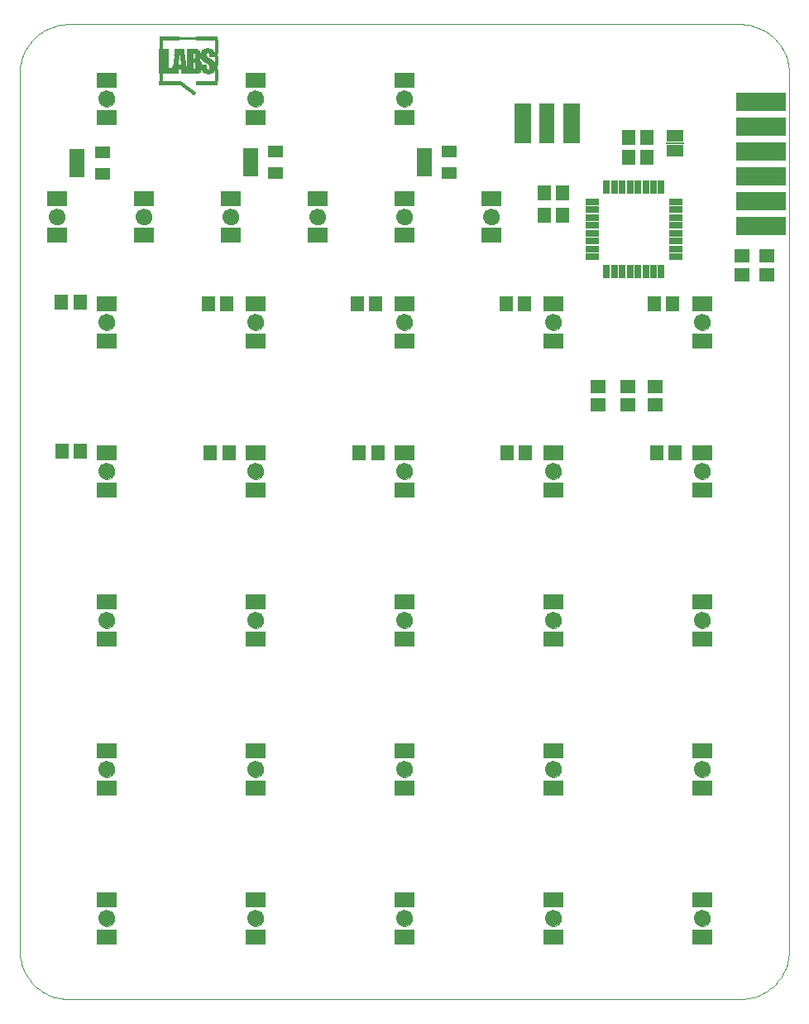
<source format=gts>
G75*
G70*
%OFA0B0*%
%FSLAX24Y24*%
%IPPOS*%
%LPD*%
%AMOC8*
5,1,8,0,0,1.08239X$1,22.5*
%
%ADD10C,0.0010*%
%ADD11C,0.0039*%
%ADD12R,0.0827X0.0631*%
%ADD13C,0.0000*%
%ADD14C,0.0670*%
%ADD15R,0.0670X0.0500*%
%ADD16R,0.0720X0.0060*%
%ADD17R,0.0552X0.0631*%
%ADD18R,0.0631X0.0552*%
%ADD19R,0.0709X0.1615*%
%ADD20R,0.0631X0.1615*%
%ADD21R,0.2040X0.0760*%
%ADD22R,0.0591X0.1142*%
%ADD23R,0.0591X0.0512*%
%ADD24R,0.0021X0.0007*%
%ADD25R,0.0035X0.0007*%
%ADD26R,0.0042X0.0007*%
%ADD27R,0.0063X0.0007*%
%ADD28R,0.0070X0.0007*%
%ADD29R,0.0091X0.0007*%
%ADD30R,0.0105X0.0007*%
%ADD31R,0.0119X0.0007*%
%ADD32R,0.0133X0.0007*%
%ADD33R,0.0147X0.0007*%
%ADD34R,0.0161X0.0007*%
%ADD35R,0.0175X0.0007*%
%ADD36R,0.0189X0.0007*%
%ADD37R,0.0203X0.0007*%
%ADD38R,0.0224X0.0007*%
%ADD39R,0.0231X0.0007*%
%ADD40R,0.0231X0.0007*%
%ADD41R,0.0231X0.0007*%
%ADD42R,0.0231X0.0007*%
%ADD43R,0.0224X0.0007*%
%ADD44R,0.0224X0.0007*%
%ADD45R,0.1043X0.0007*%
%ADD46R,0.0896X0.0007*%
%ADD47R,0.1036X0.0007*%
%ADD48R,0.0896X0.0007*%
%ADD49R,0.1022X0.0007*%
%ADD50R,0.1015X0.0007*%
%ADD51R,0.1001X0.0007*%
%ADD52R,0.0994X0.0007*%
%ADD53R,0.0980X0.0007*%
%ADD54R,0.0973X0.0007*%
%ADD55R,0.0959X0.0007*%
%ADD56R,0.0952X0.0007*%
%ADD57R,0.0945X0.0007*%
%ADD58R,0.0938X0.0007*%
%ADD59R,0.0924X0.0007*%
%ADD60R,0.0917X0.0007*%
%ADD61R,0.0903X0.0007*%
%ADD62R,0.0889X0.0007*%
%ADD63R,0.0875X0.0007*%
%ADD64R,0.0868X0.0007*%
%ADD65R,0.0854X0.0007*%
%ADD66R,0.0140X0.0007*%
%ADD67R,0.0133X0.0007*%
%ADD68R,0.0140X0.0007*%
%ADD69R,0.0133X0.0007*%
%ADD70R,0.0189X0.0007*%
%ADD71R,0.0245X0.0007*%
%ADD72R,0.0770X0.0007*%
%ADD73R,0.0623X0.0007*%
%ADD74R,0.0280X0.0007*%
%ADD75R,0.0770X0.0007*%
%ADD76R,0.0693X0.0007*%
%ADD77R,0.0315X0.0007*%
%ADD78R,0.0728X0.0007*%
%ADD79R,0.0343X0.0007*%
%ADD80R,0.0777X0.0007*%
%ADD81R,0.0742X0.0007*%
%ADD82R,0.0371X0.0007*%
%ADD83R,0.0756X0.0007*%
%ADD84R,0.0385X0.0007*%
%ADD85R,0.0763X0.0007*%
%ADD86R,0.0413X0.0007*%
%ADD87R,0.0777X0.0007*%
%ADD88R,0.0427X0.0007*%
%ADD89R,0.0441X0.0007*%
%ADD90R,0.0784X0.0007*%
%ADD91R,0.0469X0.0007*%
%ADD92R,0.0791X0.0007*%
%ADD93R,0.0476X0.0007*%
%ADD94R,0.0483X0.0007*%
%ADD95R,0.0798X0.0007*%
%ADD96R,0.0497X0.0007*%
%ADD97R,0.0798X0.0007*%
%ADD98R,0.0644X0.0007*%
%ADD99R,0.0805X0.0007*%
%ADD100R,0.0784X0.0007*%
%ADD101R,0.0651X0.0007*%
%ADD102R,0.0812X0.0007*%
%ADD103R,0.0784X0.0007*%
%ADD104R,0.0819X0.0007*%
%ADD105R,0.0658X0.0007*%
%ADD106R,0.0819X0.0007*%
%ADD107R,0.0658X0.0007*%
%ADD108R,0.1484X0.0007*%
%ADD109R,0.1071X0.0007*%
%ADD110R,0.1057X0.0007*%
%ADD111R,0.0371X0.0007*%
%ADD112R,0.1050X0.0007*%
%ADD113R,0.0364X0.0007*%
%ADD114R,0.0357X0.0007*%
%ADD115R,0.0490X0.0007*%
%ADD116R,0.0504X0.0007*%
%ADD117R,0.1372X0.0007*%
%ADD118R,0.0350X0.0007*%
%ADD119R,0.1372X0.0007*%
%ADD120R,0.0483X0.0007*%
%ADD121R,0.0350X0.0007*%
%ADD122R,0.0476X0.0007*%
%ADD123R,0.0833X0.0007*%
%ADD124R,0.0469X0.0007*%
%ADD125R,0.0385X0.0007*%
%ADD126R,0.0833X0.0007*%
%ADD127R,0.0469X0.0007*%
%ADD128R,0.0567X0.0007*%
%ADD129R,0.0252X0.0007*%
%ADD130R,0.0567X0.0007*%
%ADD131R,0.0252X0.0007*%
%ADD132R,0.0560X0.0007*%
%ADD133R,0.0553X0.0007*%
%ADD134R,0.0553X0.0007*%
%ADD135R,0.0546X0.0007*%
%ADD136R,0.0364X0.0007*%
%ADD137R,0.0546X0.0007*%
%ADD138R,0.0371X0.0007*%
%ADD139R,0.0539X0.0007*%
%ADD140R,0.0378X0.0007*%
%ADD141R,0.0252X0.0007*%
%ADD142R,0.0392X0.0007*%
%ADD143R,0.0252X0.0007*%
%ADD144R,0.0399X0.0007*%
%ADD145R,0.0406X0.0007*%
%ADD146R,0.0420X0.0007*%
%ADD147R,0.0427X0.0007*%
%ADD148R,0.0441X0.0007*%
%ADD149R,0.0245X0.0007*%
%ADD150R,0.0448X0.0007*%
%ADD151R,0.0462X0.0007*%
%ADD152R,0.0217X0.0007*%
%ADD153R,0.0224X0.0007*%
%ADD154R,0.0259X0.0007*%
%ADD155R,0.0357X0.0007*%
%ADD156R,0.0287X0.0007*%
%ADD157R,0.0567X0.0007*%
%ADD158R,0.0217X0.0007*%
%ADD159R,0.0553X0.0007*%
%ADD160R,0.0392X0.0007*%
%ADD161R,0.0217X0.0007*%
%ADD162R,0.0399X0.0007*%
%ADD163R,0.0532X0.0007*%
%ADD164R,0.0525X0.0007*%
%ADD165R,0.0511X0.0007*%
%ADD166R,0.0406X0.0007*%
%ADD167R,0.0497X0.0007*%
%ADD168R,0.0406X0.0007*%
%ADD169R,0.0455X0.0007*%
%ADD170R,0.0217X0.0007*%
%ADD171R,0.0399X0.0007*%
%ADD172R,0.0511X0.0007*%
%ADD173R,0.0210X0.0007*%
%ADD174R,0.0378X0.0007*%
%ADD175R,0.0539X0.0007*%
%ADD176R,0.0357X0.0007*%
%ADD177R,0.0259X0.0007*%
%ADD178R,0.0238X0.0007*%
%ADD179R,0.0336X0.0007*%
%ADD180R,0.0210X0.0007*%
%ADD181R,0.0238X0.0007*%
%ADD182R,0.0329X0.0007*%
%ADD183R,0.0322X0.0007*%
%ADD184R,0.0308X0.0007*%
%ADD185R,0.0539X0.0007*%
%ADD186R,0.0511X0.0007*%
%ADD187R,0.0497X0.0007*%
%ADD188R,0.0476X0.0007*%
%ADD189R,0.0462X0.0007*%
%ADD190R,0.0203X0.0007*%
%ADD191R,0.0462X0.0007*%
%ADD192R,0.0434X0.0007*%
%ADD193R,0.0420X0.0007*%
%ADD194R,0.0406X0.0007*%
%ADD195R,0.0560X0.0007*%
%ADD196R,0.0553X0.0007*%
%ADD197R,0.0399X0.0007*%
%ADD198R,0.0532X0.0007*%
%ADD199R,0.0518X0.0007*%
%ADD200R,0.0504X0.0007*%
%ADD201R,0.0504X0.0007*%
%ADD202R,0.0378X0.0007*%
%ADD203R,0.0448X0.0007*%
%ADD204R,0.0434X0.0007*%
%ADD205R,0.0448X0.0007*%
%ADD206R,0.0371X0.0007*%
%ADD207R,0.0364X0.0007*%
%ADD208R,0.0336X0.0007*%
%ADD209R,0.0294X0.0007*%
%ADD210R,0.0196X0.0007*%
%ADD211R,0.2366X0.0007*%
%ADD212R,0.2366X0.0007*%
%ADD213R,0.0260X0.0540*%
%ADD214R,0.0540X0.0260*%
D10*
X027651Y000151D02*
X029151Y000151D01*
D11*
X000151Y002120D02*
X000151Y018151D01*
X000151Y037433D01*
X000153Y037527D01*
X000160Y037620D01*
X000171Y037713D01*
X000187Y037806D01*
X000207Y037897D01*
X000231Y037988D01*
X000259Y038077D01*
X000292Y038165D01*
X000329Y038251D01*
X000370Y038335D01*
X000415Y038418D01*
X000464Y038498D01*
X000516Y038575D01*
X000572Y038650D01*
X000632Y038722D01*
X000695Y038792D01*
X000761Y038858D01*
X000831Y038921D01*
X000903Y038981D01*
X000978Y039037D01*
X001055Y039089D01*
X001135Y039138D01*
X001218Y039183D01*
X001302Y039224D01*
X001388Y039261D01*
X001476Y039294D01*
X001565Y039322D01*
X001656Y039346D01*
X001747Y039366D01*
X001840Y039382D01*
X001933Y039393D01*
X002026Y039400D01*
X002120Y039402D01*
X002120Y039401D02*
X015651Y039401D01*
X029183Y039401D01*
X029183Y039402D02*
X029277Y039400D01*
X029370Y039393D01*
X029463Y039382D01*
X029556Y039366D01*
X029647Y039346D01*
X029738Y039322D01*
X029827Y039294D01*
X029915Y039261D01*
X030001Y039224D01*
X030085Y039183D01*
X030167Y039138D01*
X030248Y039089D01*
X030325Y039037D01*
X030400Y038981D01*
X030472Y038921D01*
X030542Y038858D01*
X030608Y038792D01*
X030671Y038722D01*
X030731Y038650D01*
X030787Y038575D01*
X030839Y038498D01*
X030888Y038417D01*
X030933Y038335D01*
X030974Y038251D01*
X031011Y038165D01*
X031044Y038077D01*
X031072Y037988D01*
X031096Y037897D01*
X031116Y037806D01*
X031132Y037713D01*
X031143Y037620D01*
X031150Y037527D01*
X031152Y037433D01*
X031151Y037433D02*
X031151Y020901D01*
X031151Y002120D01*
X031152Y002120D02*
X031150Y002026D01*
X031143Y001933D01*
X031132Y001840D01*
X031116Y001747D01*
X031096Y001656D01*
X031072Y001565D01*
X031044Y001476D01*
X031011Y001388D01*
X030974Y001302D01*
X030933Y001218D01*
X030888Y001136D01*
X030839Y001055D01*
X030787Y000978D01*
X030731Y000903D01*
X030671Y000831D01*
X030608Y000761D01*
X030542Y000695D01*
X030472Y000632D01*
X030400Y000572D01*
X030325Y000516D01*
X030248Y000464D01*
X030168Y000415D01*
X030085Y000370D01*
X030001Y000329D01*
X029915Y000292D01*
X029827Y000259D01*
X029738Y000231D01*
X029647Y000207D01*
X029556Y000187D01*
X029463Y000171D01*
X029370Y000160D01*
X029277Y000153D01*
X029183Y000151D01*
X014651Y000151D01*
X002120Y000151D01*
X002026Y000153D01*
X001933Y000160D01*
X001840Y000171D01*
X001747Y000187D01*
X001656Y000207D01*
X001565Y000231D01*
X001476Y000259D01*
X001388Y000292D01*
X001302Y000329D01*
X001218Y000370D01*
X001135Y000415D01*
X001055Y000464D01*
X000978Y000516D01*
X000903Y000572D01*
X000831Y000632D01*
X000761Y000695D01*
X000695Y000761D01*
X000632Y000831D01*
X000572Y000903D01*
X000516Y000978D01*
X000464Y001055D01*
X000415Y001136D01*
X000370Y001218D01*
X000329Y001302D01*
X000292Y001388D01*
X000259Y001476D01*
X000231Y001565D01*
X000207Y001656D01*
X000187Y001747D01*
X000171Y001840D01*
X000160Y001933D01*
X000153Y002026D01*
X000151Y002120D01*
D12*
X003651Y002651D03*
X003651Y004151D03*
X003651Y008651D03*
X003651Y010151D03*
X003651Y014651D03*
X003651Y016151D03*
X003651Y020651D03*
X003651Y022151D03*
X003651Y026651D03*
X003651Y028151D03*
X005151Y030921D03*
X005151Y032381D03*
X003651Y035651D03*
X003651Y037151D03*
X001651Y032381D03*
X001651Y030921D03*
X008651Y030921D03*
X008651Y032381D03*
X009651Y035651D03*
X009651Y037151D03*
X012151Y032381D03*
X012151Y030921D03*
X009651Y028151D03*
X009651Y026651D03*
X009651Y022151D03*
X009651Y020651D03*
X009651Y016151D03*
X009651Y014651D03*
X009651Y010151D03*
X009651Y008651D03*
X009651Y004151D03*
X009651Y002651D03*
X015651Y002651D03*
X015651Y004151D03*
X015651Y008651D03*
X015651Y010151D03*
X015651Y014651D03*
X015651Y016151D03*
X015651Y020651D03*
X015651Y022151D03*
X015651Y026651D03*
X015651Y028151D03*
X015651Y030921D03*
X015651Y032381D03*
X015651Y035651D03*
X015651Y037151D03*
X019151Y032381D03*
X019151Y030921D03*
X021651Y028151D03*
X021651Y026651D03*
X021651Y022151D03*
X021651Y020651D03*
X021651Y016151D03*
X021651Y014651D03*
X021651Y010151D03*
X021651Y008651D03*
X021651Y004151D03*
X021651Y002651D03*
X027651Y002651D03*
X027651Y004151D03*
X027651Y008651D03*
X027651Y010151D03*
X027651Y014651D03*
X027651Y016151D03*
X027651Y020651D03*
X027651Y022151D03*
X027651Y026651D03*
X027651Y028151D03*
D13*
X027336Y027401D02*
X027338Y027436D01*
X027344Y027471D01*
X027354Y027505D01*
X027367Y027538D01*
X027384Y027569D01*
X027405Y027597D01*
X027428Y027624D01*
X027455Y027647D01*
X027483Y027668D01*
X027514Y027685D01*
X027547Y027698D01*
X027581Y027708D01*
X027616Y027714D01*
X027651Y027716D01*
X027686Y027714D01*
X027721Y027708D01*
X027755Y027698D01*
X027788Y027685D01*
X027819Y027668D01*
X027847Y027647D01*
X027874Y027624D01*
X027897Y027597D01*
X027918Y027569D01*
X027935Y027538D01*
X027948Y027505D01*
X027958Y027471D01*
X027964Y027436D01*
X027966Y027401D01*
X027964Y027366D01*
X027958Y027331D01*
X027948Y027297D01*
X027935Y027264D01*
X027918Y027233D01*
X027897Y027205D01*
X027874Y027178D01*
X027847Y027155D01*
X027819Y027134D01*
X027788Y027117D01*
X027755Y027104D01*
X027721Y027094D01*
X027686Y027088D01*
X027651Y027086D01*
X027616Y027088D01*
X027581Y027094D01*
X027547Y027104D01*
X027514Y027117D01*
X027483Y027134D01*
X027455Y027155D01*
X027428Y027178D01*
X027405Y027205D01*
X027384Y027233D01*
X027367Y027264D01*
X027354Y027297D01*
X027344Y027331D01*
X027338Y027366D01*
X027336Y027401D01*
X027336Y021401D02*
X027338Y021436D01*
X027344Y021471D01*
X027354Y021505D01*
X027367Y021538D01*
X027384Y021569D01*
X027405Y021597D01*
X027428Y021624D01*
X027455Y021647D01*
X027483Y021668D01*
X027514Y021685D01*
X027547Y021698D01*
X027581Y021708D01*
X027616Y021714D01*
X027651Y021716D01*
X027686Y021714D01*
X027721Y021708D01*
X027755Y021698D01*
X027788Y021685D01*
X027819Y021668D01*
X027847Y021647D01*
X027874Y021624D01*
X027897Y021597D01*
X027918Y021569D01*
X027935Y021538D01*
X027948Y021505D01*
X027958Y021471D01*
X027964Y021436D01*
X027966Y021401D01*
X027964Y021366D01*
X027958Y021331D01*
X027948Y021297D01*
X027935Y021264D01*
X027918Y021233D01*
X027897Y021205D01*
X027874Y021178D01*
X027847Y021155D01*
X027819Y021134D01*
X027788Y021117D01*
X027755Y021104D01*
X027721Y021094D01*
X027686Y021088D01*
X027651Y021086D01*
X027616Y021088D01*
X027581Y021094D01*
X027547Y021104D01*
X027514Y021117D01*
X027483Y021134D01*
X027455Y021155D01*
X027428Y021178D01*
X027405Y021205D01*
X027384Y021233D01*
X027367Y021264D01*
X027354Y021297D01*
X027344Y021331D01*
X027338Y021366D01*
X027336Y021401D01*
X027336Y015401D02*
X027338Y015436D01*
X027344Y015471D01*
X027354Y015505D01*
X027367Y015538D01*
X027384Y015569D01*
X027405Y015597D01*
X027428Y015624D01*
X027455Y015647D01*
X027483Y015668D01*
X027514Y015685D01*
X027547Y015698D01*
X027581Y015708D01*
X027616Y015714D01*
X027651Y015716D01*
X027686Y015714D01*
X027721Y015708D01*
X027755Y015698D01*
X027788Y015685D01*
X027819Y015668D01*
X027847Y015647D01*
X027874Y015624D01*
X027897Y015597D01*
X027918Y015569D01*
X027935Y015538D01*
X027948Y015505D01*
X027958Y015471D01*
X027964Y015436D01*
X027966Y015401D01*
X027964Y015366D01*
X027958Y015331D01*
X027948Y015297D01*
X027935Y015264D01*
X027918Y015233D01*
X027897Y015205D01*
X027874Y015178D01*
X027847Y015155D01*
X027819Y015134D01*
X027788Y015117D01*
X027755Y015104D01*
X027721Y015094D01*
X027686Y015088D01*
X027651Y015086D01*
X027616Y015088D01*
X027581Y015094D01*
X027547Y015104D01*
X027514Y015117D01*
X027483Y015134D01*
X027455Y015155D01*
X027428Y015178D01*
X027405Y015205D01*
X027384Y015233D01*
X027367Y015264D01*
X027354Y015297D01*
X027344Y015331D01*
X027338Y015366D01*
X027336Y015401D01*
X027336Y009401D02*
X027338Y009436D01*
X027344Y009471D01*
X027354Y009505D01*
X027367Y009538D01*
X027384Y009569D01*
X027405Y009597D01*
X027428Y009624D01*
X027455Y009647D01*
X027483Y009668D01*
X027514Y009685D01*
X027547Y009698D01*
X027581Y009708D01*
X027616Y009714D01*
X027651Y009716D01*
X027686Y009714D01*
X027721Y009708D01*
X027755Y009698D01*
X027788Y009685D01*
X027819Y009668D01*
X027847Y009647D01*
X027874Y009624D01*
X027897Y009597D01*
X027918Y009569D01*
X027935Y009538D01*
X027948Y009505D01*
X027958Y009471D01*
X027964Y009436D01*
X027966Y009401D01*
X027964Y009366D01*
X027958Y009331D01*
X027948Y009297D01*
X027935Y009264D01*
X027918Y009233D01*
X027897Y009205D01*
X027874Y009178D01*
X027847Y009155D01*
X027819Y009134D01*
X027788Y009117D01*
X027755Y009104D01*
X027721Y009094D01*
X027686Y009088D01*
X027651Y009086D01*
X027616Y009088D01*
X027581Y009094D01*
X027547Y009104D01*
X027514Y009117D01*
X027483Y009134D01*
X027455Y009155D01*
X027428Y009178D01*
X027405Y009205D01*
X027384Y009233D01*
X027367Y009264D01*
X027354Y009297D01*
X027344Y009331D01*
X027338Y009366D01*
X027336Y009401D01*
X027336Y003401D02*
X027338Y003436D01*
X027344Y003471D01*
X027354Y003505D01*
X027367Y003538D01*
X027384Y003569D01*
X027405Y003597D01*
X027428Y003624D01*
X027455Y003647D01*
X027483Y003668D01*
X027514Y003685D01*
X027547Y003698D01*
X027581Y003708D01*
X027616Y003714D01*
X027651Y003716D01*
X027686Y003714D01*
X027721Y003708D01*
X027755Y003698D01*
X027788Y003685D01*
X027819Y003668D01*
X027847Y003647D01*
X027874Y003624D01*
X027897Y003597D01*
X027918Y003569D01*
X027935Y003538D01*
X027948Y003505D01*
X027958Y003471D01*
X027964Y003436D01*
X027966Y003401D01*
X027964Y003366D01*
X027958Y003331D01*
X027948Y003297D01*
X027935Y003264D01*
X027918Y003233D01*
X027897Y003205D01*
X027874Y003178D01*
X027847Y003155D01*
X027819Y003134D01*
X027788Y003117D01*
X027755Y003104D01*
X027721Y003094D01*
X027686Y003088D01*
X027651Y003086D01*
X027616Y003088D01*
X027581Y003094D01*
X027547Y003104D01*
X027514Y003117D01*
X027483Y003134D01*
X027455Y003155D01*
X027428Y003178D01*
X027405Y003205D01*
X027384Y003233D01*
X027367Y003264D01*
X027354Y003297D01*
X027344Y003331D01*
X027338Y003366D01*
X027336Y003401D01*
X021336Y003401D02*
X021338Y003436D01*
X021344Y003471D01*
X021354Y003505D01*
X021367Y003538D01*
X021384Y003569D01*
X021405Y003597D01*
X021428Y003624D01*
X021455Y003647D01*
X021483Y003668D01*
X021514Y003685D01*
X021547Y003698D01*
X021581Y003708D01*
X021616Y003714D01*
X021651Y003716D01*
X021686Y003714D01*
X021721Y003708D01*
X021755Y003698D01*
X021788Y003685D01*
X021819Y003668D01*
X021847Y003647D01*
X021874Y003624D01*
X021897Y003597D01*
X021918Y003569D01*
X021935Y003538D01*
X021948Y003505D01*
X021958Y003471D01*
X021964Y003436D01*
X021966Y003401D01*
X021964Y003366D01*
X021958Y003331D01*
X021948Y003297D01*
X021935Y003264D01*
X021918Y003233D01*
X021897Y003205D01*
X021874Y003178D01*
X021847Y003155D01*
X021819Y003134D01*
X021788Y003117D01*
X021755Y003104D01*
X021721Y003094D01*
X021686Y003088D01*
X021651Y003086D01*
X021616Y003088D01*
X021581Y003094D01*
X021547Y003104D01*
X021514Y003117D01*
X021483Y003134D01*
X021455Y003155D01*
X021428Y003178D01*
X021405Y003205D01*
X021384Y003233D01*
X021367Y003264D01*
X021354Y003297D01*
X021344Y003331D01*
X021338Y003366D01*
X021336Y003401D01*
X021336Y009401D02*
X021338Y009436D01*
X021344Y009471D01*
X021354Y009505D01*
X021367Y009538D01*
X021384Y009569D01*
X021405Y009597D01*
X021428Y009624D01*
X021455Y009647D01*
X021483Y009668D01*
X021514Y009685D01*
X021547Y009698D01*
X021581Y009708D01*
X021616Y009714D01*
X021651Y009716D01*
X021686Y009714D01*
X021721Y009708D01*
X021755Y009698D01*
X021788Y009685D01*
X021819Y009668D01*
X021847Y009647D01*
X021874Y009624D01*
X021897Y009597D01*
X021918Y009569D01*
X021935Y009538D01*
X021948Y009505D01*
X021958Y009471D01*
X021964Y009436D01*
X021966Y009401D01*
X021964Y009366D01*
X021958Y009331D01*
X021948Y009297D01*
X021935Y009264D01*
X021918Y009233D01*
X021897Y009205D01*
X021874Y009178D01*
X021847Y009155D01*
X021819Y009134D01*
X021788Y009117D01*
X021755Y009104D01*
X021721Y009094D01*
X021686Y009088D01*
X021651Y009086D01*
X021616Y009088D01*
X021581Y009094D01*
X021547Y009104D01*
X021514Y009117D01*
X021483Y009134D01*
X021455Y009155D01*
X021428Y009178D01*
X021405Y009205D01*
X021384Y009233D01*
X021367Y009264D01*
X021354Y009297D01*
X021344Y009331D01*
X021338Y009366D01*
X021336Y009401D01*
X021336Y015401D02*
X021338Y015436D01*
X021344Y015471D01*
X021354Y015505D01*
X021367Y015538D01*
X021384Y015569D01*
X021405Y015597D01*
X021428Y015624D01*
X021455Y015647D01*
X021483Y015668D01*
X021514Y015685D01*
X021547Y015698D01*
X021581Y015708D01*
X021616Y015714D01*
X021651Y015716D01*
X021686Y015714D01*
X021721Y015708D01*
X021755Y015698D01*
X021788Y015685D01*
X021819Y015668D01*
X021847Y015647D01*
X021874Y015624D01*
X021897Y015597D01*
X021918Y015569D01*
X021935Y015538D01*
X021948Y015505D01*
X021958Y015471D01*
X021964Y015436D01*
X021966Y015401D01*
X021964Y015366D01*
X021958Y015331D01*
X021948Y015297D01*
X021935Y015264D01*
X021918Y015233D01*
X021897Y015205D01*
X021874Y015178D01*
X021847Y015155D01*
X021819Y015134D01*
X021788Y015117D01*
X021755Y015104D01*
X021721Y015094D01*
X021686Y015088D01*
X021651Y015086D01*
X021616Y015088D01*
X021581Y015094D01*
X021547Y015104D01*
X021514Y015117D01*
X021483Y015134D01*
X021455Y015155D01*
X021428Y015178D01*
X021405Y015205D01*
X021384Y015233D01*
X021367Y015264D01*
X021354Y015297D01*
X021344Y015331D01*
X021338Y015366D01*
X021336Y015401D01*
X021336Y021401D02*
X021338Y021436D01*
X021344Y021471D01*
X021354Y021505D01*
X021367Y021538D01*
X021384Y021569D01*
X021405Y021597D01*
X021428Y021624D01*
X021455Y021647D01*
X021483Y021668D01*
X021514Y021685D01*
X021547Y021698D01*
X021581Y021708D01*
X021616Y021714D01*
X021651Y021716D01*
X021686Y021714D01*
X021721Y021708D01*
X021755Y021698D01*
X021788Y021685D01*
X021819Y021668D01*
X021847Y021647D01*
X021874Y021624D01*
X021897Y021597D01*
X021918Y021569D01*
X021935Y021538D01*
X021948Y021505D01*
X021958Y021471D01*
X021964Y021436D01*
X021966Y021401D01*
X021964Y021366D01*
X021958Y021331D01*
X021948Y021297D01*
X021935Y021264D01*
X021918Y021233D01*
X021897Y021205D01*
X021874Y021178D01*
X021847Y021155D01*
X021819Y021134D01*
X021788Y021117D01*
X021755Y021104D01*
X021721Y021094D01*
X021686Y021088D01*
X021651Y021086D01*
X021616Y021088D01*
X021581Y021094D01*
X021547Y021104D01*
X021514Y021117D01*
X021483Y021134D01*
X021455Y021155D01*
X021428Y021178D01*
X021405Y021205D01*
X021384Y021233D01*
X021367Y021264D01*
X021354Y021297D01*
X021344Y021331D01*
X021338Y021366D01*
X021336Y021401D01*
X021336Y027401D02*
X021338Y027436D01*
X021344Y027471D01*
X021354Y027505D01*
X021367Y027538D01*
X021384Y027569D01*
X021405Y027597D01*
X021428Y027624D01*
X021455Y027647D01*
X021483Y027668D01*
X021514Y027685D01*
X021547Y027698D01*
X021581Y027708D01*
X021616Y027714D01*
X021651Y027716D01*
X021686Y027714D01*
X021721Y027708D01*
X021755Y027698D01*
X021788Y027685D01*
X021819Y027668D01*
X021847Y027647D01*
X021874Y027624D01*
X021897Y027597D01*
X021918Y027569D01*
X021935Y027538D01*
X021948Y027505D01*
X021958Y027471D01*
X021964Y027436D01*
X021966Y027401D01*
X021964Y027366D01*
X021958Y027331D01*
X021948Y027297D01*
X021935Y027264D01*
X021918Y027233D01*
X021897Y027205D01*
X021874Y027178D01*
X021847Y027155D01*
X021819Y027134D01*
X021788Y027117D01*
X021755Y027104D01*
X021721Y027094D01*
X021686Y027088D01*
X021651Y027086D01*
X021616Y027088D01*
X021581Y027094D01*
X021547Y027104D01*
X021514Y027117D01*
X021483Y027134D01*
X021455Y027155D01*
X021428Y027178D01*
X021405Y027205D01*
X021384Y027233D01*
X021367Y027264D01*
X021354Y027297D01*
X021344Y027331D01*
X021338Y027366D01*
X021336Y027401D01*
X018836Y031651D02*
X018838Y031686D01*
X018844Y031721D01*
X018854Y031755D01*
X018867Y031788D01*
X018884Y031819D01*
X018905Y031847D01*
X018928Y031874D01*
X018955Y031897D01*
X018983Y031918D01*
X019014Y031935D01*
X019047Y031948D01*
X019081Y031958D01*
X019116Y031964D01*
X019151Y031966D01*
X019186Y031964D01*
X019221Y031958D01*
X019255Y031948D01*
X019288Y031935D01*
X019319Y031918D01*
X019347Y031897D01*
X019374Y031874D01*
X019397Y031847D01*
X019418Y031819D01*
X019435Y031788D01*
X019448Y031755D01*
X019458Y031721D01*
X019464Y031686D01*
X019466Y031651D01*
X019464Y031616D01*
X019458Y031581D01*
X019448Y031547D01*
X019435Y031514D01*
X019418Y031483D01*
X019397Y031455D01*
X019374Y031428D01*
X019347Y031405D01*
X019319Y031384D01*
X019288Y031367D01*
X019255Y031354D01*
X019221Y031344D01*
X019186Y031338D01*
X019151Y031336D01*
X019116Y031338D01*
X019081Y031344D01*
X019047Y031354D01*
X019014Y031367D01*
X018983Y031384D01*
X018955Y031405D01*
X018928Y031428D01*
X018905Y031455D01*
X018884Y031483D01*
X018867Y031514D01*
X018854Y031547D01*
X018844Y031581D01*
X018838Y031616D01*
X018836Y031651D01*
X015336Y031651D02*
X015338Y031686D01*
X015344Y031721D01*
X015354Y031755D01*
X015367Y031788D01*
X015384Y031819D01*
X015405Y031847D01*
X015428Y031874D01*
X015455Y031897D01*
X015483Y031918D01*
X015514Y031935D01*
X015547Y031948D01*
X015581Y031958D01*
X015616Y031964D01*
X015651Y031966D01*
X015686Y031964D01*
X015721Y031958D01*
X015755Y031948D01*
X015788Y031935D01*
X015819Y031918D01*
X015847Y031897D01*
X015874Y031874D01*
X015897Y031847D01*
X015918Y031819D01*
X015935Y031788D01*
X015948Y031755D01*
X015958Y031721D01*
X015964Y031686D01*
X015966Y031651D01*
X015964Y031616D01*
X015958Y031581D01*
X015948Y031547D01*
X015935Y031514D01*
X015918Y031483D01*
X015897Y031455D01*
X015874Y031428D01*
X015847Y031405D01*
X015819Y031384D01*
X015788Y031367D01*
X015755Y031354D01*
X015721Y031344D01*
X015686Y031338D01*
X015651Y031336D01*
X015616Y031338D01*
X015581Y031344D01*
X015547Y031354D01*
X015514Y031367D01*
X015483Y031384D01*
X015455Y031405D01*
X015428Y031428D01*
X015405Y031455D01*
X015384Y031483D01*
X015367Y031514D01*
X015354Y031547D01*
X015344Y031581D01*
X015338Y031616D01*
X015336Y031651D01*
X011836Y031651D02*
X011838Y031686D01*
X011844Y031721D01*
X011854Y031755D01*
X011867Y031788D01*
X011884Y031819D01*
X011905Y031847D01*
X011928Y031874D01*
X011955Y031897D01*
X011983Y031918D01*
X012014Y031935D01*
X012047Y031948D01*
X012081Y031958D01*
X012116Y031964D01*
X012151Y031966D01*
X012186Y031964D01*
X012221Y031958D01*
X012255Y031948D01*
X012288Y031935D01*
X012319Y031918D01*
X012347Y031897D01*
X012374Y031874D01*
X012397Y031847D01*
X012418Y031819D01*
X012435Y031788D01*
X012448Y031755D01*
X012458Y031721D01*
X012464Y031686D01*
X012466Y031651D01*
X012464Y031616D01*
X012458Y031581D01*
X012448Y031547D01*
X012435Y031514D01*
X012418Y031483D01*
X012397Y031455D01*
X012374Y031428D01*
X012347Y031405D01*
X012319Y031384D01*
X012288Y031367D01*
X012255Y031354D01*
X012221Y031344D01*
X012186Y031338D01*
X012151Y031336D01*
X012116Y031338D01*
X012081Y031344D01*
X012047Y031354D01*
X012014Y031367D01*
X011983Y031384D01*
X011955Y031405D01*
X011928Y031428D01*
X011905Y031455D01*
X011884Y031483D01*
X011867Y031514D01*
X011854Y031547D01*
X011844Y031581D01*
X011838Y031616D01*
X011836Y031651D01*
X008336Y031651D02*
X008338Y031686D01*
X008344Y031721D01*
X008354Y031755D01*
X008367Y031788D01*
X008384Y031819D01*
X008405Y031847D01*
X008428Y031874D01*
X008455Y031897D01*
X008483Y031918D01*
X008514Y031935D01*
X008547Y031948D01*
X008581Y031958D01*
X008616Y031964D01*
X008651Y031966D01*
X008686Y031964D01*
X008721Y031958D01*
X008755Y031948D01*
X008788Y031935D01*
X008819Y031918D01*
X008847Y031897D01*
X008874Y031874D01*
X008897Y031847D01*
X008918Y031819D01*
X008935Y031788D01*
X008948Y031755D01*
X008958Y031721D01*
X008964Y031686D01*
X008966Y031651D01*
X008964Y031616D01*
X008958Y031581D01*
X008948Y031547D01*
X008935Y031514D01*
X008918Y031483D01*
X008897Y031455D01*
X008874Y031428D01*
X008847Y031405D01*
X008819Y031384D01*
X008788Y031367D01*
X008755Y031354D01*
X008721Y031344D01*
X008686Y031338D01*
X008651Y031336D01*
X008616Y031338D01*
X008581Y031344D01*
X008547Y031354D01*
X008514Y031367D01*
X008483Y031384D01*
X008455Y031405D01*
X008428Y031428D01*
X008405Y031455D01*
X008384Y031483D01*
X008367Y031514D01*
X008354Y031547D01*
X008344Y031581D01*
X008338Y031616D01*
X008336Y031651D01*
X004836Y031651D02*
X004838Y031686D01*
X004844Y031721D01*
X004854Y031755D01*
X004867Y031788D01*
X004884Y031819D01*
X004905Y031847D01*
X004928Y031874D01*
X004955Y031897D01*
X004983Y031918D01*
X005014Y031935D01*
X005047Y031948D01*
X005081Y031958D01*
X005116Y031964D01*
X005151Y031966D01*
X005186Y031964D01*
X005221Y031958D01*
X005255Y031948D01*
X005288Y031935D01*
X005319Y031918D01*
X005347Y031897D01*
X005374Y031874D01*
X005397Y031847D01*
X005418Y031819D01*
X005435Y031788D01*
X005448Y031755D01*
X005458Y031721D01*
X005464Y031686D01*
X005466Y031651D01*
X005464Y031616D01*
X005458Y031581D01*
X005448Y031547D01*
X005435Y031514D01*
X005418Y031483D01*
X005397Y031455D01*
X005374Y031428D01*
X005347Y031405D01*
X005319Y031384D01*
X005288Y031367D01*
X005255Y031354D01*
X005221Y031344D01*
X005186Y031338D01*
X005151Y031336D01*
X005116Y031338D01*
X005081Y031344D01*
X005047Y031354D01*
X005014Y031367D01*
X004983Y031384D01*
X004955Y031405D01*
X004928Y031428D01*
X004905Y031455D01*
X004884Y031483D01*
X004867Y031514D01*
X004854Y031547D01*
X004844Y031581D01*
X004838Y031616D01*
X004836Y031651D01*
X001336Y031651D02*
X001338Y031686D01*
X001344Y031721D01*
X001354Y031755D01*
X001367Y031788D01*
X001384Y031819D01*
X001405Y031847D01*
X001428Y031874D01*
X001455Y031897D01*
X001483Y031918D01*
X001514Y031935D01*
X001547Y031948D01*
X001581Y031958D01*
X001616Y031964D01*
X001651Y031966D01*
X001686Y031964D01*
X001721Y031958D01*
X001755Y031948D01*
X001788Y031935D01*
X001819Y031918D01*
X001847Y031897D01*
X001874Y031874D01*
X001897Y031847D01*
X001918Y031819D01*
X001935Y031788D01*
X001948Y031755D01*
X001958Y031721D01*
X001964Y031686D01*
X001966Y031651D01*
X001964Y031616D01*
X001958Y031581D01*
X001948Y031547D01*
X001935Y031514D01*
X001918Y031483D01*
X001897Y031455D01*
X001874Y031428D01*
X001847Y031405D01*
X001819Y031384D01*
X001788Y031367D01*
X001755Y031354D01*
X001721Y031344D01*
X001686Y031338D01*
X001651Y031336D01*
X001616Y031338D01*
X001581Y031344D01*
X001547Y031354D01*
X001514Y031367D01*
X001483Y031384D01*
X001455Y031405D01*
X001428Y031428D01*
X001405Y031455D01*
X001384Y031483D01*
X001367Y031514D01*
X001354Y031547D01*
X001344Y031581D01*
X001338Y031616D01*
X001336Y031651D01*
X003336Y027401D02*
X003338Y027436D01*
X003344Y027471D01*
X003354Y027505D01*
X003367Y027538D01*
X003384Y027569D01*
X003405Y027597D01*
X003428Y027624D01*
X003455Y027647D01*
X003483Y027668D01*
X003514Y027685D01*
X003547Y027698D01*
X003581Y027708D01*
X003616Y027714D01*
X003651Y027716D01*
X003686Y027714D01*
X003721Y027708D01*
X003755Y027698D01*
X003788Y027685D01*
X003819Y027668D01*
X003847Y027647D01*
X003874Y027624D01*
X003897Y027597D01*
X003918Y027569D01*
X003935Y027538D01*
X003948Y027505D01*
X003958Y027471D01*
X003964Y027436D01*
X003966Y027401D01*
X003964Y027366D01*
X003958Y027331D01*
X003948Y027297D01*
X003935Y027264D01*
X003918Y027233D01*
X003897Y027205D01*
X003874Y027178D01*
X003847Y027155D01*
X003819Y027134D01*
X003788Y027117D01*
X003755Y027104D01*
X003721Y027094D01*
X003686Y027088D01*
X003651Y027086D01*
X003616Y027088D01*
X003581Y027094D01*
X003547Y027104D01*
X003514Y027117D01*
X003483Y027134D01*
X003455Y027155D01*
X003428Y027178D01*
X003405Y027205D01*
X003384Y027233D01*
X003367Y027264D01*
X003354Y027297D01*
X003344Y027331D01*
X003338Y027366D01*
X003336Y027401D01*
X003336Y021401D02*
X003338Y021436D01*
X003344Y021471D01*
X003354Y021505D01*
X003367Y021538D01*
X003384Y021569D01*
X003405Y021597D01*
X003428Y021624D01*
X003455Y021647D01*
X003483Y021668D01*
X003514Y021685D01*
X003547Y021698D01*
X003581Y021708D01*
X003616Y021714D01*
X003651Y021716D01*
X003686Y021714D01*
X003721Y021708D01*
X003755Y021698D01*
X003788Y021685D01*
X003819Y021668D01*
X003847Y021647D01*
X003874Y021624D01*
X003897Y021597D01*
X003918Y021569D01*
X003935Y021538D01*
X003948Y021505D01*
X003958Y021471D01*
X003964Y021436D01*
X003966Y021401D01*
X003964Y021366D01*
X003958Y021331D01*
X003948Y021297D01*
X003935Y021264D01*
X003918Y021233D01*
X003897Y021205D01*
X003874Y021178D01*
X003847Y021155D01*
X003819Y021134D01*
X003788Y021117D01*
X003755Y021104D01*
X003721Y021094D01*
X003686Y021088D01*
X003651Y021086D01*
X003616Y021088D01*
X003581Y021094D01*
X003547Y021104D01*
X003514Y021117D01*
X003483Y021134D01*
X003455Y021155D01*
X003428Y021178D01*
X003405Y021205D01*
X003384Y021233D01*
X003367Y021264D01*
X003354Y021297D01*
X003344Y021331D01*
X003338Y021366D01*
X003336Y021401D01*
X003336Y015401D02*
X003338Y015436D01*
X003344Y015471D01*
X003354Y015505D01*
X003367Y015538D01*
X003384Y015569D01*
X003405Y015597D01*
X003428Y015624D01*
X003455Y015647D01*
X003483Y015668D01*
X003514Y015685D01*
X003547Y015698D01*
X003581Y015708D01*
X003616Y015714D01*
X003651Y015716D01*
X003686Y015714D01*
X003721Y015708D01*
X003755Y015698D01*
X003788Y015685D01*
X003819Y015668D01*
X003847Y015647D01*
X003874Y015624D01*
X003897Y015597D01*
X003918Y015569D01*
X003935Y015538D01*
X003948Y015505D01*
X003958Y015471D01*
X003964Y015436D01*
X003966Y015401D01*
X003964Y015366D01*
X003958Y015331D01*
X003948Y015297D01*
X003935Y015264D01*
X003918Y015233D01*
X003897Y015205D01*
X003874Y015178D01*
X003847Y015155D01*
X003819Y015134D01*
X003788Y015117D01*
X003755Y015104D01*
X003721Y015094D01*
X003686Y015088D01*
X003651Y015086D01*
X003616Y015088D01*
X003581Y015094D01*
X003547Y015104D01*
X003514Y015117D01*
X003483Y015134D01*
X003455Y015155D01*
X003428Y015178D01*
X003405Y015205D01*
X003384Y015233D01*
X003367Y015264D01*
X003354Y015297D01*
X003344Y015331D01*
X003338Y015366D01*
X003336Y015401D01*
X003336Y009401D02*
X003338Y009436D01*
X003344Y009471D01*
X003354Y009505D01*
X003367Y009538D01*
X003384Y009569D01*
X003405Y009597D01*
X003428Y009624D01*
X003455Y009647D01*
X003483Y009668D01*
X003514Y009685D01*
X003547Y009698D01*
X003581Y009708D01*
X003616Y009714D01*
X003651Y009716D01*
X003686Y009714D01*
X003721Y009708D01*
X003755Y009698D01*
X003788Y009685D01*
X003819Y009668D01*
X003847Y009647D01*
X003874Y009624D01*
X003897Y009597D01*
X003918Y009569D01*
X003935Y009538D01*
X003948Y009505D01*
X003958Y009471D01*
X003964Y009436D01*
X003966Y009401D01*
X003964Y009366D01*
X003958Y009331D01*
X003948Y009297D01*
X003935Y009264D01*
X003918Y009233D01*
X003897Y009205D01*
X003874Y009178D01*
X003847Y009155D01*
X003819Y009134D01*
X003788Y009117D01*
X003755Y009104D01*
X003721Y009094D01*
X003686Y009088D01*
X003651Y009086D01*
X003616Y009088D01*
X003581Y009094D01*
X003547Y009104D01*
X003514Y009117D01*
X003483Y009134D01*
X003455Y009155D01*
X003428Y009178D01*
X003405Y009205D01*
X003384Y009233D01*
X003367Y009264D01*
X003354Y009297D01*
X003344Y009331D01*
X003338Y009366D01*
X003336Y009401D01*
X003336Y003401D02*
X003338Y003436D01*
X003344Y003471D01*
X003354Y003505D01*
X003367Y003538D01*
X003384Y003569D01*
X003405Y003597D01*
X003428Y003624D01*
X003455Y003647D01*
X003483Y003668D01*
X003514Y003685D01*
X003547Y003698D01*
X003581Y003708D01*
X003616Y003714D01*
X003651Y003716D01*
X003686Y003714D01*
X003721Y003708D01*
X003755Y003698D01*
X003788Y003685D01*
X003819Y003668D01*
X003847Y003647D01*
X003874Y003624D01*
X003897Y003597D01*
X003918Y003569D01*
X003935Y003538D01*
X003948Y003505D01*
X003958Y003471D01*
X003964Y003436D01*
X003966Y003401D01*
X003964Y003366D01*
X003958Y003331D01*
X003948Y003297D01*
X003935Y003264D01*
X003918Y003233D01*
X003897Y003205D01*
X003874Y003178D01*
X003847Y003155D01*
X003819Y003134D01*
X003788Y003117D01*
X003755Y003104D01*
X003721Y003094D01*
X003686Y003088D01*
X003651Y003086D01*
X003616Y003088D01*
X003581Y003094D01*
X003547Y003104D01*
X003514Y003117D01*
X003483Y003134D01*
X003455Y003155D01*
X003428Y003178D01*
X003405Y003205D01*
X003384Y003233D01*
X003367Y003264D01*
X003354Y003297D01*
X003344Y003331D01*
X003338Y003366D01*
X003336Y003401D01*
X009336Y003401D02*
X009338Y003436D01*
X009344Y003471D01*
X009354Y003505D01*
X009367Y003538D01*
X009384Y003569D01*
X009405Y003597D01*
X009428Y003624D01*
X009455Y003647D01*
X009483Y003668D01*
X009514Y003685D01*
X009547Y003698D01*
X009581Y003708D01*
X009616Y003714D01*
X009651Y003716D01*
X009686Y003714D01*
X009721Y003708D01*
X009755Y003698D01*
X009788Y003685D01*
X009819Y003668D01*
X009847Y003647D01*
X009874Y003624D01*
X009897Y003597D01*
X009918Y003569D01*
X009935Y003538D01*
X009948Y003505D01*
X009958Y003471D01*
X009964Y003436D01*
X009966Y003401D01*
X009964Y003366D01*
X009958Y003331D01*
X009948Y003297D01*
X009935Y003264D01*
X009918Y003233D01*
X009897Y003205D01*
X009874Y003178D01*
X009847Y003155D01*
X009819Y003134D01*
X009788Y003117D01*
X009755Y003104D01*
X009721Y003094D01*
X009686Y003088D01*
X009651Y003086D01*
X009616Y003088D01*
X009581Y003094D01*
X009547Y003104D01*
X009514Y003117D01*
X009483Y003134D01*
X009455Y003155D01*
X009428Y003178D01*
X009405Y003205D01*
X009384Y003233D01*
X009367Y003264D01*
X009354Y003297D01*
X009344Y003331D01*
X009338Y003366D01*
X009336Y003401D01*
X009336Y009401D02*
X009338Y009436D01*
X009344Y009471D01*
X009354Y009505D01*
X009367Y009538D01*
X009384Y009569D01*
X009405Y009597D01*
X009428Y009624D01*
X009455Y009647D01*
X009483Y009668D01*
X009514Y009685D01*
X009547Y009698D01*
X009581Y009708D01*
X009616Y009714D01*
X009651Y009716D01*
X009686Y009714D01*
X009721Y009708D01*
X009755Y009698D01*
X009788Y009685D01*
X009819Y009668D01*
X009847Y009647D01*
X009874Y009624D01*
X009897Y009597D01*
X009918Y009569D01*
X009935Y009538D01*
X009948Y009505D01*
X009958Y009471D01*
X009964Y009436D01*
X009966Y009401D01*
X009964Y009366D01*
X009958Y009331D01*
X009948Y009297D01*
X009935Y009264D01*
X009918Y009233D01*
X009897Y009205D01*
X009874Y009178D01*
X009847Y009155D01*
X009819Y009134D01*
X009788Y009117D01*
X009755Y009104D01*
X009721Y009094D01*
X009686Y009088D01*
X009651Y009086D01*
X009616Y009088D01*
X009581Y009094D01*
X009547Y009104D01*
X009514Y009117D01*
X009483Y009134D01*
X009455Y009155D01*
X009428Y009178D01*
X009405Y009205D01*
X009384Y009233D01*
X009367Y009264D01*
X009354Y009297D01*
X009344Y009331D01*
X009338Y009366D01*
X009336Y009401D01*
X009336Y015401D02*
X009338Y015436D01*
X009344Y015471D01*
X009354Y015505D01*
X009367Y015538D01*
X009384Y015569D01*
X009405Y015597D01*
X009428Y015624D01*
X009455Y015647D01*
X009483Y015668D01*
X009514Y015685D01*
X009547Y015698D01*
X009581Y015708D01*
X009616Y015714D01*
X009651Y015716D01*
X009686Y015714D01*
X009721Y015708D01*
X009755Y015698D01*
X009788Y015685D01*
X009819Y015668D01*
X009847Y015647D01*
X009874Y015624D01*
X009897Y015597D01*
X009918Y015569D01*
X009935Y015538D01*
X009948Y015505D01*
X009958Y015471D01*
X009964Y015436D01*
X009966Y015401D01*
X009964Y015366D01*
X009958Y015331D01*
X009948Y015297D01*
X009935Y015264D01*
X009918Y015233D01*
X009897Y015205D01*
X009874Y015178D01*
X009847Y015155D01*
X009819Y015134D01*
X009788Y015117D01*
X009755Y015104D01*
X009721Y015094D01*
X009686Y015088D01*
X009651Y015086D01*
X009616Y015088D01*
X009581Y015094D01*
X009547Y015104D01*
X009514Y015117D01*
X009483Y015134D01*
X009455Y015155D01*
X009428Y015178D01*
X009405Y015205D01*
X009384Y015233D01*
X009367Y015264D01*
X009354Y015297D01*
X009344Y015331D01*
X009338Y015366D01*
X009336Y015401D01*
X009336Y021401D02*
X009338Y021436D01*
X009344Y021471D01*
X009354Y021505D01*
X009367Y021538D01*
X009384Y021569D01*
X009405Y021597D01*
X009428Y021624D01*
X009455Y021647D01*
X009483Y021668D01*
X009514Y021685D01*
X009547Y021698D01*
X009581Y021708D01*
X009616Y021714D01*
X009651Y021716D01*
X009686Y021714D01*
X009721Y021708D01*
X009755Y021698D01*
X009788Y021685D01*
X009819Y021668D01*
X009847Y021647D01*
X009874Y021624D01*
X009897Y021597D01*
X009918Y021569D01*
X009935Y021538D01*
X009948Y021505D01*
X009958Y021471D01*
X009964Y021436D01*
X009966Y021401D01*
X009964Y021366D01*
X009958Y021331D01*
X009948Y021297D01*
X009935Y021264D01*
X009918Y021233D01*
X009897Y021205D01*
X009874Y021178D01*
X009847Y021155D01*
X009819Y021134D01*
X009788Y021117D01*
X009755Y021104D01*
X009721Y021094D01*
X009686Y021088D01*
X009651Y021086D01*
X009616Y021088D01*
X009581Y021094D01*
X009547Y021104D01*
X009514Y021117D01*
X009483Y021134D01*
X009455Y021155D01*
X009428Y021178D01*
X009405Y021205D01*
X009384Y021233D01*
X009367Y021264D01*
X009354Y021297D01*
X009344Y021331D01*
X009338Y021366D01*
X009336Y021401D01*
X009336Y027401D02*
X009338Y027436D01*
X009344Y027471D01*
X009354Y027505D01*
X009367Y027538D01*
X009384Y027569D01*
X009405Y027597D01*
X009428Y027624D01*
X009455Y027647D01*
X009483Y027668D01*
X009514Y027685D01*
X009547Y027698D01*
X009581Y027708D01*
X009616Y027714D01*
X009651Y027716D01*
X009686Y027714D01*
X009721Y027708D01*
X009755Y027698D01*
X009788Y027685D01*
X009819Y027668D01*
X009847Y027647D01*
X009874Y027624D01*
X009897Y027597D01*
X009918Y027569D01*
X009935Y027538D01*
X009948Y027505D01*
X009958Y027471D01*
X009964Y027436D01*
X009966Y027401D01*
X009964Y027366D01*
X009958Y027331D01*
X009948Y027297D01*
X009935Y027264D01*
X009918Y027233D01*
X009897Y027205D01*
X009874Y027178D01*
X009847Y027155D01*
X009819Y027134D01*
X009788Y027117D01*
X009755Y027104D01*
X009721Y027094D01*
X009686Y027088D01*
X009651Y027086D01*
X009616Y027088D01*
X009581Y027094D01*
X009547Y027104D01*
X009514Y027117D01*
X009483Y027134D01*
X009455Y027155D01*
X009428Y027178D01*
X009405Y027205D01*
X009384Y027233D01*
X009367Y027264D01*
X009354Y027297D01*
X009344Y027331D01*
X009338Y027366D01*
X009336Y027401D01*
X015336Y027401D02*
X015338Y027436D01*
X015344Y027471D01*
X015354Y027505D01*
X015367Y027538D01*
X015384Y027569D01*
X015405Y027597D01*
X015428Y027624D01*
X015455Y027647D01*
X015483Y027668D01*
X015514Y027685D01*
X015547Y027698D01*
X015581Y027708D01*
X015616Y027714D01*
X015651Y027716D01*
X015686Y027714D01*
X015721Y027708D01*
X015755Y027698D01*
X015788Y027685D01*
X015819Y027668D01*
X015847Y027647D01*
X015874Y027624D01*
X015897Y027597D01*
X015918Y027569D01*
X015935Y027538D01*
X015948Y027505D01*
X015958Y027471D01*
X015964Y027436D01*
X015966Y027401D01*
X015964Y027366D01*
X015958Y027331D01*
X015948Y027297D01*
X015935Y027264D01*
X015918Y027233D01*
X015897Y027205D01*
X015874Y027178D01*
X015847Y027155D01*
X015819Y027134D01*
X015788Y027117D01*
X015755Y027104D01*
X015721Y027094D01*
X015686Y027088D01*
X015651Y027086D01*
X015616Y027088D01*
X015581Y027094D01*
X015547Y027104D01*
X015514Y027117D01*
X015483Y027134D01*
X015455Y027155D01*
X015428Y027178D01*
X015405Y027205D01*
X015384Y027233D01*
X015367Y027264D01*
X015354Y027297D01*
X015344Y027331D01*
X015338Y027366D01*
X015336Y027401D01*
X015336Y021401D02*
X015338Y021436D01*
X015344Y021471D01*
X015354Y021505D01*
X015367Y021538D01*
X015384Y021569D01*
X015405Y021597D01*
X015428Y021624D01*
X015455Y021647D01*
X015483Y021668D01*
X015514Y021685D01*
X015547Y021698D01*
X015581Y021708D01*
X015616Y021714D01*
X015651Y021716D01*
X015686Y021714D01*
X015721Y021708D01*
X015755Y021698D01*
X015788Y021685D01*
X015819Y021668D01*
X015847Y021647D01*
X015874Y021624D01*
X015897Y021597D01*
X015918Y021569D01*
X015935Y021538D01*
X015948Y021505D01*
X015958Y021471D01*
X015964Y021436D01*
X015966Y021401D01*
X015964Y021366D01*
X015958Y021331D01*
X015948Y021297D01*
X015935Y021264D01*
X015918Y021233D01*
X015897Y021205D01*
X015874Y021178D01*
X015847Y021155D01*
X015819Y021134D01*
X015788Y021117D01*
X015755Y021104D01*
X015721Y021094D01*
X015686Y021088D01*
X015651Y021086D01*
X015616Y021088D01*
X015581Y021094D01*
X015547Y021104D01*
X015514Y021117D01*
X015483Y021134D01*
X015455Y021155D01*
X015428Y021178D01*
X015405Y021205D01*
X015384Y021233D01*
X015367Y021264D01*
X015354Y021297D01*
X015344Y021331D01*
X015338Y021366D01*
X015336Y021401D01*
X015336Y015401D02*
X015338Y015436D01*
X015344Y015471D01*
X015354Y015505D01*
X015367Y015538D01*
X015384Y015569D01*
X015405Y015597D01*
X015428Y015624D01*
X015455Y015647D01*
X015483Y015668D01*
X015514Y015685D01*
X015547Y015698D01*
X015581Y015708D01*
X015616Y015714D01*
X015651Y015716D01*
X015686Y015714D01*
X015721Y015708D01*
X015755Y015698D01*
X015788Y015685D01*
X015819Y015668D01*
X015847Y015647D01*
X015874Y015624D01*
X015897Y015597D01*
X015918Y015569D01*
X015935Y015538D01*
X015948Y015505D01*
X015958Y015471D01*
X015964Y015436D01*
X015966Y015401D01*
X015964Y015366D01*
X015958Y015331D01*
X015948Y015297D01*
X015935Y015264D01*
X015918Y015233D01*
X015897Y015205D01*
X015874Y015178D01*
X015847Y015155D01*
X015819Y015134D01*
X015788Y015117D01*
X015755Y015104D01*
X015721Y015094D01*
X015686Y015088D01*
X015651Y015086D01*
X015616Y015088D01*
X015581Y015094D01*
X015547Y015104D01*
X015514Y015117D01*
X015483Y015134D01*
X015455Y015155D01*
X015428Y015178D01*
X015405Y015205D01*
X015384Y015233D01*
X015367Y015264D01*
X015354Y015297D01*
X015344Y015331D01*
X015338Y015366D01*
X015336Y015401D01*
X015336Y009401D02*
X015338Y009436D01*
X015344Y009471D01*
X015354Y009505D01*
X015367Y009538D01*
X015384Y009569D01*
X015405Y009597D01*
X015428Y009624D01*
X015455Y009647D01*
X015483Y009668D01*
X015514Y009685D01*
X015547Y009698D01*
X015581Y009708D01*
X015616Y009714D01*
X015651Y009716D01*
X015686Y009714D01*
X015721Y009708D01*
X015755Y009698D01*
X015788Y009685D01*
X015819Y009668D01*
X015847Y009647D01*
X015874Y009624D01*
X015897Y009597D01*
X015918Y009569D01*
X015935Y009538D01*
X015948Y009505D01*
X015958Y009471D01*
X015964Y009436D01*
X015966Y009401D01*
X015964Y009366D01*
X015958Y009331D01*
X015948Y009297D01*
X015935Y009264D01*
X015918Y009233D01*
X015897Y009205D01*
X015874Y009178D01*
X015847Y009155D01*
X015819Y009134D01*
X015788Y009117D01*
X015755Y009104D01*
X015721Y009094D01*
X015686Y009088D01*
X015651Y009086D01*
X015616Y009088D01*
X015581Y009094D01*
X015547Y009104D01*
X015514Y009117D01*
X015483Y009134D01*
X015455Y009155D01*
X015428Y009178D01*
X015405Y009205D01*
X015384Y009233D01*
X015367Y009264D01*
X015354Y009297D01*
X015344Y009331D01*
X015338Y009366D01*
X015336Y009401D01*
X015336Y003401D02*
X015338Y003436D01*
X015344Y003471D01*
X015354Y003505D01*
X015367Y003538D01*
X015384Y003569D01*
X015405Y003597D01*
X015428Y003624D01*
X015455Y003647D01*
X015483Y003668D01*
X015514Y003685D01*
X015547Y003698D01*
X015581Y003708D01*
X015616Y003714D01*
X015651Y003716D01*
X015686Y003714D01*
X015721Y003708D01*
X015755Y003698D01*
X015788Y003685D01*
X015819Y003668D01*
X015847Y003647D01*
X015874Y003624D01*
X015897Y003597D01*
X015918Y003569D01*
X015935Y003538D01*
X015948Y003505D01*
X015958Y003471D01*
X015964Y003436D01*
X015966Y003401D01*
X015964Y003366D01*
X015958Y003331D01*
X015948Y003297D01*
X015935Y003264D01*
X015918Y003233D01*
X015897Y003205D01*
X015874Y003178D01*
X015847Y003155D01*
X015819Y003134D01*
X015788Y003117D01*
X015755Y003104D01*
X015721Y003094D01*
X015686Y003088D01*
X015651Y003086D01*
X015616Y003088D01*
X015581Y003094D01*
X015547Y003104D01*
X015514Y003117D01*
X015483Y003134D01*
X015455Y003155D01*
X015428Y003178D01*
X015405Y003205D01*
X015384Y003233D01*
X015367Y003264D01*
X015354Y003297D01*
X015344Y003331D01*
X015338Y003366D01*
X015336Y003401D01*
X015336Y036401D02*
X015338Y036436D01*
X015344Y036471D01*
X015354Y036505D01*
X015367Y036538D01*
X015384Y036569D01*
X015405Y036597D01*
X015428Y036624D01*
X015455Y036647D01*
X015483Y036668D01*
X015514Y036685D01*
X015547Y036698D01*
X015581Y036708D01*
X015616Y036714D01*
X015651Y036716D01*
X015686Y036714D01*
X015721Y036708D01*
X015755Y036698D01*
X015788Y036685D01*
X015819Y036668D01*
X015847Y036647D01*
X015874Y036624D01*
X015897Y036597D01*
X015918Y036569D01*
X015935Y036538D01*
X015948Y036505D01*
X015958Y036471D01*
X015964Y036436D01*
X015966Y036401D01*
X015964Y036366D01*
X015958Y036331D01*
X015948Y036297D01*
X015935Y036264D01*
X015918Y036233D01*
X015897Y036205D01*
X015874Y036178D01*
X015847Y036155D01*
X015819Y036134D01*
X015788Y036117D01*
X015755Y036104D01*
X015721Y036094D01*
X015686Y036088D01*
X015651Y036086D01*
X015616Y036088D01*
X015581Y036094D01*
X015547Y036104D01*
X015514Y036117D01*
X015483Y036134D01*
X015455Y036155D01*
X015428Y036178D01*
X015405Y036205D01*
X015384Y036233D01*
X015367Y036264D01*
X015354Y036297D01*
X015344Y036331D01*
X015338Y036366D01*
X015336Y036401D01*
X009336Y036401D02*
X009338Y036436D01*
X009344Y036471D01*
X009354Y036505D01*
X009367Y036538D01*
X009384Y036569D01*
X009405Y036597D01*
X009428Y036624D01*
X009455Y036647D01*
X009483Y036668D01*
X009514Y036685D01*
X009547Y036698D01*
X009581Y036708D01*
X009616Y036714D01*
X009651Y036716D01*
X009686Y036714D01*
X009721Y036708D01*
X009755Y036698D01*
X009788Y036685D01*
X009819Y036668D01*
X009847Y036647D01*
X009874Y036624D01*
X009897Y036597D01*
X009918Y036569D01*
X009935Y036538D01*
X009948Y036505D01*
X009958Y036471D01*
X009964Y036436D01*
X009966Y036401D01*
X009964Y036366D01*
X009958Y036331D01*
X009948Y036297D01*
X009935Y036264D01*
X009918Y036233D01*
X009897Y036205D01*
X009874Y036178D01*
X009847Y036155D01*
X009819Y036134D01*
X009788Y036117D01*
X009755Y036104D01*
X009721Y036094D01*
X009686Y036088D01*
X009651Y036086D01*
X009616Y036088D01*
X009581Y036094D01*
X009547Y036104D01*
X009514Y036117D01*
X009483Y036134D01*
X009455Y036155D01*
X009428Y036178D01*
X009405Y036205D01*
X009384Y036233D01*
X009367Y036264D01*
X009354Y036297D01*
X009344Y036331D01*
X009338Y036366D01*
X009336Y036401D01*
X003336Y036401D02*
X003338Y036436D01*
X003344Y036471D01*
X003354Y036505D01*
X003367Y036538D01*
X003384Y036569D01*
X003405Y036597D01*
X003428Y036624D01*
X003455Y036647D01*
X003483Y036668D01*
X003514Y036685D01*
X003547Y036698D01*
X003581Y036708D01*
X003616Y036714D01*
X003651Y036716D01*
X003686Y036714D01*
X003721Y036708D01*
X003755Y036698D01*
X003788Y036685D01*
X003819Y036668D01*
X003847Y036647D01*
X003874Y036624D01*
X003897Y036597D01*
X003918Y036569D01*
X003935Y036538D01*
X003948Y036505D01*
X003958Y036471D01*
X003964Y036436D01*
X003966Y036401D01*
X003964Y036366D01*
X003958Y036331D01*
X003948Y036297D01*
X003935Y036264D01*
X003918Y036233D01*
X003897Y036205D01*
X003874Y036178D01*
X003847Y036155D01*
X003819Y036134D01*
X003788Y036117D01*
X003755Y036104D01*
X003721Y036094D01*
X003686Y036088D01*
X003651Y036086D01*
X003616Y036088D01*
X003581Y036094D01*
X003547Y036104D01*
X003514Y036117D01*
X003483Y036134D01*
X003455Y036155D01*
X003428Y036178D01*
X003405Y036205D01*
X003384Y036233D01*
X003367Y036264D01*
X003354Y036297D01*
X003344Y036331D01*
X003338Y036366D01*
X003336Y036401D01*
D14*
X003651Y036401D03*
X005151Y031651D03*
X001651Y031651D03*
X003651Y027401D03*
X003651Y021401D03*
X003651Y015401D03*
X003651Y009401D03*
X003651Y003401D03*
X009651Y003401D03*
X009651Y009401D03*
X009651Y015401D03*
X009651Y021401D03*
X009651Y027401D03*
X008651Y031651D03*
X012151Y031651D03*
X015651Y031651D03*
X019151Y031651D03*
X021651Y027401D03*
X021651Y021401D03*
X021651Y015401D03*
X021651Y009401D03*
X021651Y003401D03*
X015651Y003401D03*
X015651Y009401D03*
X015651Y015401D03*
X015651Y021401D03*
X015651Y027401D03*
X015651Y036401D03*
X009651Y036401D03*
X027651Y027401D03*
X027651Y021401D03*
X027651Y015401D03*
X027651Y009401D03*
X027651Y003401D03*
D15*
X026547Y034301D03*
X026547Y034901D03*
D16*
X026547Y034601D03*
D17*
X025425Y034851D03*
X024677Y034851D03*
X024677Y034051D03*
X025425Y034051D03*
X022025Y032601D03*
X022025Y031701D03*
X021277Y031701D03*
X021277Y032601D03*
X020498Y028149D03*
X019750Y028149D03*
X014498Y028149D03*
X013750Y028149D03*
X008498Y028149D03*
X007750Y028149D03*
X002580Y028211D03*
X001832Y028211D03*
X001851Y022211D03*
X002599Y022211D03*
X007828Y022149D03*
X008576Y022149D03*
X013828Y022149D03*
X014576Y022149D03*
X019789Y022149D03*
X020537Y022149D03*
X025710Y028149D03*
X026458Y028149D03*
X026563Y022149D03*
X025815Y022149D03*
D18*
X025751Y024077D03*
X025751Y024825D03*
X024651Y024825D03*
X024651Y024077D03*
X023451Y024077D03*
X023451Y024825D03*
X029251Y029327D03*
X029251Y030075D03*
X030251Y030075D03*
X030251Y029327D03*
D19*
X022385Y035401D03*
X020417Y035401D03*
D20*
X021401Y035401D03*
D21*
X030026Y035276D03*
X030026Y036276D03*
X030026Y034276D03*
X030026Y033276D03*
X030026Y032276D03*
X030026Y031276D03*
D22*
X016439Y033861D03*
X009439Y033861D03*
X002459Y033801D03*
D23*
X003483Y033368D03*
X003483Y034234D03*
X010463Y034294D03*
X010463Y033428D03*
X017463Y033428D03*
X017463Y034294D03*
D24*
X007176Y036533D03*
D25*
X007176Y036540D03*
D26*
X007173Y036547D03*
D27*
X007169Y036554D03*
D28*
X007166Y036561D03*
D29*
X007162Y036568D03*
D30*
X007162Y036575D03*
X007750Y037394D03*
D31*
X007162Y036582D03*
X007729Y038402D03*
D32*
X007155Y036589D03*
D33*
X007155Y036596D03*
D34*
X007155Y036603D03*
D35*
X007148Y036610D03*
D36*
X007148Y036617D03*
D37*
X007148Y036624D03*
X006714Y038108D03*
X006714Y038115D03*
X006714Y038129D03*
X006714Y038136D03*
D38*
X006487Y038115D03*
X006487Y038108D03*
X006487Y038101D03*
X006487Y038094D03*
X006480Y038059D03*
X006480Y038045D03*
X006473Y038003D03*
X006473Y037996D03*
X006473Y037989D03*
X006452Y037849D03*
X006452Y037835D03*
X006452Y037828D03*
X006452Y037821D03*
X006452Y037814D03*
X006445Y037800D03*
X006445Y037793D03*
X006445Y037786D03*
X006445Y037779D03*
X006445Y037765D03*
X006753Y037786D03*
X006753Y037793D03*
X006753Y037800D03*
X006753Y037814D03*
X006753Y037821D03*
X006760Y037765D03*
X006732Y036939D03*
X006760Y036918D03*
X006872Y036834D03*
X007047Y036708D03*
X007145Y036631D03*
D39*
X007141Y036638D03*
X007113Y036659D03*
X007036Y036715D03*
X007008Y036736D03*
X007001Y036743D03*
X006966Y036764D03*
X006938Y036785D03*
X006903Y036813D03*
X006861Y036841D03*
X006826Y036869D03*
X006798Y036890D03*
X006721Y036946D03*
X006756Y037779D03*
D40*
X007337Y038024D03*
X007337Y038031D03*
X007575Y038199D03*
X007575Y038206D03*
X006714Y036953D03*
X006749Y036925D03*
X006770Y036911D03*
X006777Y036904D03*
X006805Y036883D03*
X006819Y036876D03*
X006854Y036848D03*
X006889Y036820D03*
X006910Y036806D03*
X006917Y036799D03*
X006945Y036778D03*
X006959Y036771D03*
X006987Y036750D03*
X007015Y036729D03*
X007057Y036701D03*
X007064Y036694D03*
X007085Y036680D03*
X007092Y036673D03*
X007099Y036666D03*
X007127Y036645D03*
D41*
X007120Y036652D03*
X007029Y036722D03*
X006882Y036827D03*
X006742Y036932D03*
D42*
X006833Y036862D03*
X006931Y036792D03*
X007071Y036687D03*
D43*
X006977Y036757D03*
X006788Y036897D03*
X006760Y037772D03*
X006753Y037807D03*
X006452Y037807D03*
X006452Y037842D03*
X006445Y037772D03*
X006480Y038052D03*
D44*
X006466Y037954D03*
X006466Y037940D03*
X006466Y037933D03*
X006459Y037905D03*
X006459Y037898D03*
X006459Y037891D03*
X006459Y037884D03*
X006739Y037919D03*
X006746Y037870D03*
X006746Y037863D03*
X006746Y037856D03*
X006746Y037849D03*
X006844Y036855D03*
D45*
X006294Y036960D03*
D46*
X006221Y037065D03*
X007691Y037065D03*
X007691Y037058D03*
X007691Y037051D03*
X007691Y037044D03*
X007691Y037030D03*
X007691Y037023D03*
X007691Y037016D03*
X007691Y037009D03*
X007691Y036995D03*
X007691Y036988D03*
X007691Y036981D03*
X007691Y036974D03*
X007691Y036960D03*
X007691Y037079D03*
X007691Y037086D03*
X007691Y037093D03*
X007691Y038759D03*
X007691Y038766D03*
X007691Y038773D03*
X007691Y038780D03*
X007691Y038850D03*
X007691Y038864D03*
X007691Y038871D03*
X007691Y038878D03*
X007691Y038885D03*
D47*
X006291Y036967D03*
D48*
X007691Y036967D03*
X007691Y037002D03*
X007691Y037037D03*
X007691Y037072D03*
X007691Y038752D03*
X007691Y038787D03*
X007691Y038857D03*
D49*
X006284Y036974D03*
D50*
X006280Y036981D03*
D51*
X006273Y036988D03*
D52*
X006270Y036995D03*
D53*
X006263Y037002D03*
D54*
X006259Y037009D03*
D55*
X006252Y037016D03*
D56*
X006249Y037023D03*
D57*
X006245Y037030D03*
D58*
X006242Y037037D03*
D59*
X006235Y037044D03*
D60*
X006231Y037051D03*
D61*
X006224Y037058D03*
D62*
X006217Y037072D03*
D63*
X006210Y037079D03*
D64*
X006207Y037086D03*
D65*
X006200Y037093D03*
D66*
X005843Y037100D03*
X005843Y037114D03*
X005843Y037121D03*
X005843Y037128D03*
X005843Y037135D03*
X005843Y037149D03*
X005843Y037156D03*
X005843Y037163D03*
X005843Y037170D03*
X005843Y037184D03*
X005843Y037191D03*
X005843Y037198D03*
X005843Y037205D03*
X005843Y037219D03*
X005843Y037226D03*
X005843Y037233D03*
X005843Y037240D03*
X005843Y037254D03*
X005843Y037261D03*
X005843Y037268D03*
X005843Y037275D03*
X005843Y037289D03*
X005843Y037296D03*
X005843Y037303D03*
X005843Y037310D03*
X005843Y037324D03*
X005843Y037331D03*
X005843Y037338D03*
X005843Y037345D03*
X005843Y037359D03*
X005843Y037366D03*
X005843Y037373D03*
X005843Y037380D03*
X005843Y037394D03*
X005843Y037401D03*
X005843Y037408D03*
X005843Y038388D03*
X005843Y038395D03*
X005843Y038409D03*
X005843Y038416D03*
X005843Y038423D03*
X005843Y038430D03*
X005843Y038444D03*
X005843Y038451D03*
X005843Y038458D03*
X005843Y038465D03*
X005843Y038479D03*
X005843Y038486D03*
X005843Y038493D03*
X005843Y038500D03*
X005843Y038514D03*
X005843Y038521D03*
X005843Y038528D03*
X005843Y038535D03*
X005843Y038549D03*
X005843Y038556D03*
X005843Y038563D03*
X005843Y038570D03*
X005843Y038584D03*
X005843Y038591D03*
X005843Y038598D03*
X005843Y038605D03*
X005843Y038619D03*
X005843Y038626D03*
X005843Y038633D03*
X005843Y038640D03*
X005843Y038654D03*
X005843Y038661D03*
X005843Y038668D03*
X005843Y038675D03*
X005843Y038689D03*
X005843Y038696D03*
X005843Y038703D03*
X005843Y038710D03*
X005843Y038724D03*
X005843Y038731D03*
X005843Y038738D03*
X005843Y038745D03*
D67*
X008072Y038745D03*
X008072Y038738D03*
X008072Y038731D03*
X008072Y038724D03*
X008072Y038710D03*
X008072Y038703D03*
X008072Y038696D03*
X008072Y038689D03*
X008072Y038675D03*
X008072Y038668D03*
X008072Y038661D03*
X008072Y038654D03*
X008072Y038640D03*
X008072Y038633D03*
X008072Y038626D03*
X008072Y038619D03*
X008072Y038605D03*
X008072Y038598D03*
X008072Y038591D03*
X008072Y038584D03*
X008072Y038570D03*
X008072Y038563D03*
X008072Y038556D03*
X008072Y038549D03*
X008072Y038535D03*
X008072Y038528D03*
X008072Y038521D03*
X008072Y038514D03*
X008072Y038500D03*
X008072Y038493D03*
X008072Y038486D03*
X008072Y038479D03*
X008072Y038465D03*
X008072Y038458D03*
X008072Y038451D03*
X008072Y038444D03*
X008072Y038430D03*
X008072Y038423D03*
X008072Y038416D03*
X008072Y038409D03*
X008072Y038395D03*
X008072Y038388D03*
X008072Y038381D03*
X008072Y038374D03*
X008072Y038360D03*
X008072Y038353D03*
X008072Y038346D03*
X008072Y038339D03*
X008072Y038325D03*
X008072Y038318D03*
X008072Y038311D03*
X008072Y038304D03*
X008072Y038290D03*
X008072Y038283D03*
X008072Y038276D03*
X008072Y038269D03*
X008072Y038255D03*
X008072Y038248D03*
X008072Y038241D03*
X008072Y038080D03*
X008072Y038073D03*
X008072Y038066D03*
X008072Y038059D03*
X008072Y038045D03*
X008072Y038038D03*
X008072Y038031D03*
X008072Y038024D03*
X008072Y038010D03*
X008072Y038003D03*
X008072Y037996D03*
X008072Y037989D03*
X008072Y037975D03*
X008072Y037968D03*
X008072Y037961D03*
X008072Y037954D03*
X008072Y037940D03*
X008072Y037933D03*
X008072Y037926D03*
X008072Y037919D03*
X008072Y037905D03*
X008072Y037898D03*
X008072Y037891D03*
X008072Y037884D03*
X008072Y037870D03*
X008072Y037863D03*
X008072Y037856D03*
X008072Y037849D03*
X008072Y037485D03*
X008072Y037478D03*
X008072Y037471D03*
X008072Y037464D03*
X008072Y037450D03*
X008072Y037443D03*
X008072Y037436D03*
X008072Y037429D03*
X008072Y037415D03*
X008072Y037408D03*
X008072Y037401D03*
X008072Y037394D03*
X008072Y037380D03*
X008072Y037373D03*
X008072Y037366D03*
X008072Y037359D03*
X008072Y037345D03*
X008072Y037338D03*
X008072Y037331D03*
X008072Y037324D03*
X008072Y037310D03*
X008072Y037303D03*
X008072Y037296D03*
X008072Y037289D03*
X008072Y037275D03*
X008072Y037268D03*
X008072Y037261D03*
X008072Y037254D03*
X008072Y037240D03*
X008072Y037233D03*
X008072Y037226D03*
X008072Y037219D03*
X008072Y037205D03*
X008072Y037198D03*
X008072Y037191D03*
X008072Y037184D03*
X008072Y037170D03*
X008072Y037163D03*
X008072Y037156D03*
X008072Y037149D03*
X008072Y037135D03*
X008072Y037128D03*
X008072Y037121D03*
X008072Y037114D03*
X008072Y037100D03*
D68*
X005843Y037107D03*
X005843Y037142D03*
X005843Y037177D03*
X005843Y037212D03*
X005843Y037247D03*
X005843Y037282D03*
X005843Y037317D03*
X005843Y037352D03*
X005843Y037387D03*
X005843Y038402D03*
X005843Y038437D03*
X005843Y038472D03*
X005843Y038507D03*
X005843Y038542D03*
X005843Y038577D03*
X005843Y038612D03*
X005843Y038647D03*
X005843Y038682D03*
X005843Y038717D03*
D69*
X008072Y038717D03*
X008072Y038682D03*
X008072Y038647D03*
X008072Y038612D03*
X008072Y038577D03*
X008072Y038542D03*
X008072Y038507D03*
X008072Y038472D03*
X008072Y038437D03*
X008072Y038402D03*
X008072Y038367D03*
X008072Y038332D03*
X008072Y038297D03*
X008072Y038262D03*
X008072Y038087D03*
X008072Y038052D03*
X008072Y038017D03*
X008072Y037982D03*
X008072Y037947D03*
X008072Y037912D03*
X008072Y037877D03*
X008072Y037842D03*
X008072Y037492D03*
X008072Y037457D03*
X008072Y037422D03*
X008072Y037387D03*
X008072Y037352D03*
X008072Y037317D03*
X008072Y037282D03*
X008072Y037247D03*
X008072Y037212D03*
X008072Y037177D03*
X008072Y037142D03*
X008072Y037107D03*
D70*
X007750Y037401D03*
D71*
X007750Y037408D03*
X007351Y037793D03*
X007351Y037800D03*
X007344Y037828D03*
X007330Y038206D03*
D72*
X006158Y037429D03*
X006158Y037415D03*
D73*
X006980Y037415D03*
D74*
X007754Y037415D03*
D75*
X007047Y037457D03*
X006158Y037422D03*
D76*
X007015Y037422D03*
D77*
X007750Y037422D03*
D78*
X007026Y037429D03*
D79*
X007750Y037429D03*
X007645Y038003D03*
D80*
X007050Y037464D03*
X006161Y037471D03*
X006161Y037464D03*
X006161Y037450D03*
X006161Y037443D03*
X006161Y037436D03*
X006161Y037478D03*
X006161Y037485D03*
X006161Y037499D03*
X006161Y037506D03*
D81*
X007033Y037436D03*
D82*
X007750Y037436D03*
X006595Y038339D03*
X006595Y038346D03*
X006595Y038353D03*
X006595Y038360D03*
X006595Y038374D03*
D83*
X007040Y037443D03*
D84*
X007750Y037443D03*
X007946Y037555D03*
X007946Y037758D03*
X007799Y037863D03*
X007792Y037870D03*
X007680Y037968D03*
X006595Y038290D03*
X006595Y038304D03*
X006595Y038311D03*
X006595Y038318D03*
X005965Y038318D03*
X005965Y038311D03*
X005965Y038304D03*
X005965Y038290D03*
X005965Y038283D03*
X005965Y038276D03*
X005965Y038269D03*
X005965Y038255D03*
X005965Y038248D03*
X005965Y038241D03*
X005965Y038234D03*
X005965Y038220D03*
X005965Y038213D03*
X005965Y038206D03*
X005965Y038199D03*
X005965Y038185D03*
X005965Y038178D03*
X005965Y038171D03*
X005965Y038164D03*
X005965Y038150D03*
X005965Y038143D03*
X005965Y038136D03*
X005965Y038129D03*
X005965Y038115D03*
X005965Y038108D03*
X005965Y038101D03*
X005965Y038094D03*
X005965Y038080D03*
X005965Y038073D03*
X005965Y038066D03*
X005965Y038059D03*
X005965Y038045D03*
X005965Y038038D03*
X005965Y038031D03*
X005965Y038024D03*
X005965Y038010D03*
X005965Y038003D03*
X005965Y037996D03*
X005965Y037989D03*
X005965Y037975D03*
X005965Y037968D03*
X005965Y037961D03*
X005965Y037954D03*
X005965Y037940D03*
X005965Y037933D03*
X005965Y037926D03*
X005965Y037919D03*
X005965Y037905D03*
X005965Y037898D03*
X005965Y037891D03*
X005965Y037884D03*
X005965Y037870D03*
X005965Y037863D03*
X005965Y037856D03*
X005965Y037849D03*
X005965Y037835D03*
X005965Y037828D03*
X005965Y037821D03*
X005965Y037814D03*
X005965Y037800D03*
X005965Y037793D03*
X005965Y037786D03*
X005965Y037779D03*
X005965Y037765D03*
X005965Y037758D03*
X005965Y037751D03*
X005965Y037744D03*
X005965Y037730D03*
X005965Y037723D03*
X005965Y037716D03*
X005965Y037709D03*
X005965Y037695D03*
X005965Y037688D03*
X005965Y037681D03*
X005965Y037674D03*
X005965Y037660D03*
X005965Y037653D03*
X005965Y037646D03*
X005965Y037639D03*
X005965Y037625D03*
X005965Y037618D03*
X005965Y037611D03*
X005965Y038325D03*
X005965Y038339D03*
X005965Y038346D03*
X005965Y038353D03*
X005965Y038360D03*
X005965Y038374D03*
X005965Y038381D03*
D85*
X007043Y037450D03*
D86*
X007750Y037450D03*
X006595Y038199D03*
X006595Y038206D03*
X006595Y038213D03*
D87*
X006161Y037492D03*
X006161Y037457D03*
D88*
X006595Y038157D03*
X007106Y038367D03*
X007750Y037457D03*
D89*
X007750Y037464D03*
D90*
X007054Y037471D03*
D91*
X007750Y037471D03*
X007904Y037821D03*
D92*
X007057Y037485D03*
X007057Y037478D03*
D93*
X007131Y037926D03*
X007131Y038346D03*
X007754Y037478D03*
X007901Y037828D03*
D94*
X007750Y037485D03*
X007470Y038080D03*
X007736Y038311D03*
D95*
X007061Y037492D03*
D96*
X007750Y037492D03*
X007141Y038332D03*
D97*
X007061Y037499D03*
D98*
X007817Y037506D03*
X007817Y037499D03*
D99*
X007064Y037506D03*
X007064Y037513D03*
D100*
X006165Y037520D03*
X006165Y037513D03*
X006165Y037534D03*
X006165Y037541D03*
X006165Y037548D03*
X006165Y037555D03*
X006165Y037569D03*
X006165Y037576D03*
X006165Y037583D03*
D101*
X007813Y037520D03*
X007813Y037513D03*
D102*
X007061Y037520D03*
D103*
X006165Y037527D03*
X006165Y037562D03*
D104*
X007064Y037527D03*
X006182Y038752D03*
X006182Y038787D03*
X006182Y038857D03*
D105*
X007810Y037527D03*
D106*
X007064Y037534D03*
X007064Y037541D03*
X006182Y038759D03*
X006182Y038766D03*
X006182Y038773D03*
X006182Y038780D03*
X006182Y038850D03*
X006182Y038864D03*
X006182Y038871D03*
X006182Y038878D03*
X006182Y038885D03*
D107*
X007810Y037541D03*
X007810Y037534D03*
D108*
X007397Y037548D03*
D109*
X007190Y037555D03*
D110*
X007183Y037562D03*
D111*
X007666Y037982D03*
X007953Y038227D03*
X007953Y037562D03*
D112*
X007180Y037569D03*
X007180Y037576D03*
D113*
X007663Y037989D03*
X007957Y038094D03*
X007957Y038101D03*
X007957Y038108D03*
X007957Y038115D03*
X007957Y038129D03*
X007957Y038136D03*
X007957Y038143D03*
X007957Y038150D03*
X007957Y038164D03*
X007957Y038171D03*
X007957Y038178D03*
X007957Y038185D03*
X007957Y038199D03*
X007957Y038206D03*
X007957Y038213D03*
X007957Y037569D03*
D114*
X007960Y037576D03*
X007960Y037583D03*
X007960Y037709D03*
X007960Y037716D03*
X007960Y037723D03*
X007960Y037730D03*
D115*
X007894Y037835D03*
X007733Y038304D03*
X007474Y038073D03*
X007138Y038339D03*
X006900Y037583D03*
X007453Y037590D03*
D116*
X007446Y037583D03*
X007481Y038059D03*
D117*
X006459Y037604D03*
X006459Y037590D03*
D118*
X007964Y037590D03*
X007964Y037604D03*
X007964Y037611D03*
X007964Y037618D03*
X007964Y037625D03*
X007964Y037639D03*
X007964Y037646D03*
X007964Y037653D03*
X007964Y037660D03*
X007964Y037674D03*
X007964Y037681D03*
X007964Y037688D03*
X007964Y037695D03*
D119*
X006459Y037597D03*
D120*
X007134Y037947D03*
X007456Y037597D03*
D121*
X007733Y038367D03*
X007964Y037702D03*
X007964Y037667D03*
X007964Y037632D03*
X007964Y037597D03*
D122*
X007733Y038318D03*
X007460Y037611D03*
X007460Y037604D03*
D123*
X006728Y037611D03*
X006728Y037618D03*
X006728Y037625D03*
X006728Y037639D03*
D124*
X007463Y037646D03*
X007463Y037639D03*
X007463Y037625D03*
X007463Y037618D03*
X007463Y037653D03*
X007463Y037660D03*
X007463Y037674D03*
X007463Y037681D03*
X007463Y037688D03*
X007463Y037695D03*
X007463Y037709D03*
X007463Y037716D03*
X007463Y037723D03*
X007463Y037730D03*
X007463Y037744D03*
X007463Y037751D03*
X007463Y037758D03*
X007463Y038094D03*
X007463Y038101D03*
X007463Y038108D03*
X007456Y038178D03*
X007456Y038185D03*
D125*
X006595Y038297D03*
X005965Y038297D03*
X005965Y038262D03*
X005965Y038227D03*
X005965Y038192D03*
X005965Y038157D03*
X005965Y038122D03*
X005965Y038087D03*
X005965Y038052D03*
X005965Y038017D03*
X005965Y037982D03*
X005965Y037947D03*
X005965Y037912D03*
X005965Y037877D03*
X005965Y037842D03*
X005965Y037807D03*
X005965Y037772D03*
X005965Y037737D03*
X005965Y037702D03*
X005965Y037667D03*
X005965Y037632D03*
X005965Y038332D03*
X005965Y038367D03*
D126*
X006728Y037632D03*
D127*
X007463Y037632D03*
X007463Y037667D03*
X007463Y037702D03*
X007463Y037737D03*
X007456Y038192D03*
D128*
X006602Y037688D03*
X006602Y037681D03*
X006602Y037674D03*
X006602Y037660D03*
X006602Y037653D03*
X006602Y037646D03*
D129*
X007019Y037646D03*
X007019Y037653D03*
X007019Y037660D03*
X007019Y037674D03*
X007019Y037681D03*
X007019Y037688D03*
X007019Y037695D03*
X007019Y037709D03*
X007019Y037716D03*
X007019Y037723D03*
X007019Y037730D03*
X007019Y037744D03*
X007019Y037751D03*
X007019Y037758D03*
X007019Y037765D03*
X007019Y037779D03*
X007019Y037786D03*
X007019Y037793D03*
X007019Y037800D03*
X007019Y037814D03*
X007019Y037821D03*
X007019Y037828D03*
X007019Y037835D03*
X007019Y037849D03*
X007019Y038003D03*
X007019Y038010D03*
X007019Y038024D03*
X007019Y038031D03*
X007019Y038038D03*
X007019Y038045D03*
X007019Y038059D03*
X007019Y038066D03*
X007019Y038073D03*
X007019Y038080D03*
X007019Y038094D03*
X007019Y038101D03*
X007019Y038108D03*
X007019Y038115D03*
X007019Y038129D03*
X007019Y038136D03*
X007019Y038143D03*
X007019Y038150D03*
X007019Y038164D03*
X007019Y038171D03*
X007019Y038178D03*
X007019Y038185D03*
X007019Y038199D03*
X007019Y038206D03*
X007019Y038213D03*
X007341Y037835D03*
X007348Y037821D03*
X007348Y037814D03*
X007586Y038234D03*
X007733Y038388D03*
D130*
X006602Y037667D03*
D131*
X007019Y037667D03*
X007019Y037702D03*
X007019Y037737D03*
X007019Y037772D03*
X007019Y037807D03*
X007019Y037842D03*
X007019Y038017D03*
X007019Y038052D03*
X007019Y038087D03*
X007019Y038122D03*
X007019Y038157D03*
X007019Y038192D03*
D132*
X007173Y038220D03*
X007173Y037870D03*
X007173Y037863D03*
X006599Y037695D03*
D133*
X006602Y037702D03*
D134*
X006602Y037709D03*
X006602Y037716D03*
X006602Y037723D03*
X006602Y037730D03*
D135*
X006599Y037737D03*
X007166Y038262D03*
D136*
X007957Y038192D03*
X007957Y038157D03*
X007957Y038122D03*
X007957Y037737D03*
D137*
X007166Y037884D03*
X007166Y037989D03*
X007166Y037996D03*
X007166Y038269D03*
X006599Y037744D03*
D138*
X007806Y037856D03*
X007813Y037849D03*
X007953Y037744D03*
X007953Y038220D03*
D139*
X007729Y038241D03*
X007162Y038276D03*
X007162Y038283D03*
X007162Y037891D03*
X006602Y037758D03*
X006602Y037751D03*
D140*
X007950Y037751D03*
X007950Y038234D03*
D141*
X007355Y037786D03*
X007355Y037779D03*
X007355Y037765D03*
D142*
X007691Y037961D03*
X007698Y037954D03*
X007943Y037765D03*
X007733Y038353D03*
X006599Y038283D03*
X006599Y038276D03*
D143*
X007355Y037772D03*
D144*
X007939Y037772D03*
X006595Y038262D03*
D145*
X006599Y038241D03*
X006599Y038234D03*
X006599Y038220D03*
X007719Y037933D03*
X007726Y037926D03*
X007754Y037905D03*
X007761Y037898D03*
X007936Y037779D03*
D146*
X007929Y037786D03*
X007733Y038346D03*
X006599Y038185D03*
X006599Y038178D03*
X006599Y038171D03*
D147*
X006595Y038164D03*
X007925Y037793D03*
D148*
X007918Y037800D03*
D149*
X007582Y038227D03*
X007351Y037807D03*
D150*
X007915Y037807D03*
D151*
X007908Y037814D03*
X007733Y038325D03*
X007124Y038353D03*
D152*
X006728Y038010D03*
X006728Y038003D03*
X006728Y037996D03*
X006728Y037989D03*
X006735Y037961D03*
X006735Y037954D03*
X006735Y037940D03*
X006735Y037933D03*
X006735Y037926D03*
X006749Y037835D03*
X006749Y037828D03*
X006455Y037856D03*
X006455Y037863D03*
X006455Y037870D03*
X006469Y037961D03*
X006469Y037968D03*
X006469Y037975D03*
X006476Y038010D03*
X006476Y038024D03*
X006476Y038031D03*
X006476Y038038D03*
X006483Y038066D03*
X006483Y038073D03*
X006483Y038080D03*
X006490Y038129D03*
X006490Y038136D03*
X006490Y038143D03*
D153*
X006466Y037947D03*
X006459Y037877D03*
X006739Y037912D03*
X006746Y037842D03*
D154*
X007337Y037842D03*
D155*
X007820Y037842D03*
D156*
X007316Y037849D03*
D157*
X007176Y037856D03*
D158*
X006742Y037877D03*
X006462Y037912D03*
D159*
X007169Y037877D03*
D160*
X007782Y037877D03*
D161*
X006742Y037884D03*
X006742Y037891D03*
X006742Y037898D03*
X006742Y037905D03*
X006462Y037919D03*
X006462Y037926D03*
D162*
X007708Y037940D03*
X007771Y037891D03*
X007778Y037884D03*
D163*
X007733Y038248D03*
X007733Y038255D03*
X007159Y038290D03*
X007159Y037975D03*
X007159Y037898D03*
D164*
X007155Y037905D03*
X007155Y037968D03*
X007155Y038304D03*
X007491Y038045D03*
X007736Y038269D03*
D165*
X007148Y037912D03*
D166*
X007747Y037912D03*
D167*
X007141Y037919D03*
X007141Y037954D03*
D168*
X007733Y037919D03*
D169*
X007120Y037933D03*
X007120Y037940D03*
D170*
X006735Y037947D03*
X006728Y037982D03*
X006476Y038017D03*
X006469Y037982D03*
X006483Y038087D03*
X006490Y038122D03*
D171*
X007701Y037947D03*
D172*
X007736Y038290D03*
X007148Y038318D03*
X007148Y037961D03*
D173*
X006732Y037968D03*
X006732Y037975D03*
X006725Y038024D03*
X006725Y038031D03*
X006725Y038038D03*
X006725Y038045D03*
X006718Y038059D03*
X006718Y038066D03*
X006718Y038073D03*
X006718Y038080D03*
X006718Y038094D03*
X006718Y038101D03*
X006711Y038143D03*
D174*
X006599Y038325D03*
X007677Y037975D03*
X007733Y038360D03*
D175*
X007162Y037982D03*
D176*
X007652Y037996D03*
D177*
X007316Y038003D03*
X007323Y038213D03*
D178*
X007334Y038199D03*
X007327Y038010D03*
X007579Y038213D03*
X007579Y038220D03*
D179*
X007642Y038010D03*
D180*
X006725Y038017D03*
X006725Y038052D03*
X006718Y038087D03*
D181*
X007334Y038017D03*
D182*
X007631Y038017D03*
D183*
X007628Y038024D03*
X007733Y038374D03*
D184*
X007621Y038031D03*
D185*
X007491Y038038D03*
D186*
X007484Y038052D03*
D187*
X007477Y038066D03*
D188*
X007467Y038087D03*
D189*
X007460Y038115D03*
X007460Y038129D03*
X007460Y038136D03*
X007460Y038143D03*
X007460Y038150D03*
X007460Y038164D03*
X007460Y038171D03*
D190*
X006714Y038122D03*
D191*
X007460Y038122D03*
X007460Y038157D03*
D192*
X006599Y038150D03*
D193*
X006599Y038192D03*
D194*
X006599Y038227D03*
D195*
X007173Y038227D03*
D196*
X007169Y038234D03*
X007169Y038241D03*
X007169Y038248D03*
X007169Y038255D03*
D197*
X007092Y038374D03*
X006595Y038269D03*
X006595Y038255D03*
X006595Y038248D03*
D198*
X007159Y038297D03*
X007733Y038262D03*
D199*
X007733Y038276D03*
X007733Y038283D03*
X007152Y038311D03*
D200*
X007733Y038297D03*
D201*
X007145Y038325D03*
D202*
X006599Y038332D03*
D203*
X007733Y038332D03*
D204*
X007733Y038339D03*
D205*
X007117Y038360D03*
D206*
X006595Y038367D03*
D207*
X006599Y038381D03*
D208*
X007061Y038381D03*
D209*
X007733Y038381D03*
D210*
X007733Y038395D03*
D211*
X006956Y038794D03*
X006956Y038801D03*
X006956Y038808D03*
X006956Y038815D03*
X006956Y038829D03*
X006956Y038836D03*
X006956Y038843D03*
D212*
X006956Y038822D03*
D213*
X023799Y032841D03*
X024114Y032841D03*
X024429Y032841D03*
X024744Y032841D03*
X025059Y032841D03*
X025374Y032841D03*
X025689Y032841D03*
X026004Y032841D03*
X026004Y029461D03*
X025689Y029461D03*
X025374Y029461D03*
X025059Y029461D03*
X024744Y029461D03*
X024429Y029461D03*
X024114Y029461D03*
X023799Y029461D03*
D214*
X023211Y030049D03*
X023211Y030364D03*
X023211Y030679D03*
X023211Y030994D03*
X023211Y031309D03*
X023211Y031624D03*
X023211Y031939D03*
X023211Y032254D03*
X026591Y032254D03*
X026591Y031939D03*
X026591Y031624D03*
X026591Y031309D03*
X026591Y030994D03*
X026591Y030679D03*
X026591Y030364D03*
X026591Y030049D03*
M02*

</source>
